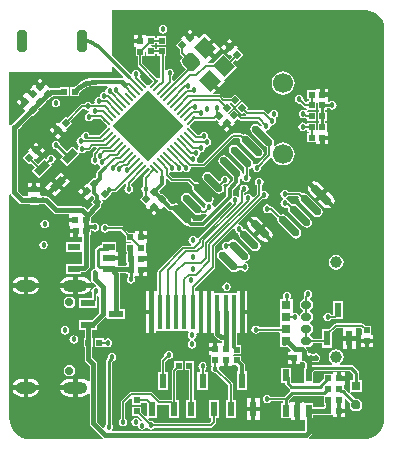
<source format=gtl>
G04*
G04 #@! TF.GenerationSoftware,Altium Limited,Altium Designer,20.1.10 (176)*
G04*
G04 Layer_Physical_Order=1*
G04 Layer_Color=255*
%FSLAX25Y25*%
%MOIN*%
G70*
G04*
G04 #@! TF.SameCoordinates,11B260F6-AB26-4D87-AEF0-EC618B47F653*
G04*
G04*
G04 #@! TF.FilePolarity,Positive*
G04*
G01*
G75*
%ADD10C,0.00600*%
%ADD12C,0.01000*%
%ADD15R,0.02000X0.02000*%
%ADD16R,0.02000X0.02000*%
%ADD17R,0.02362X0.05118*%
%ADD18R,0.03150X0.02756*%
G04:AMPARAMS|DCode=19|XSize=31.5mil|YSize=27.56mil|CornerRadius=0mil|HoleSize=0mil|Usage=FLASHONLY|Rotation=0.000|XOffset=0mil|YOffset=0mil|HoleType=Round|Shape=Octagon|*
%AMOCTAGOND19*
4,1,8,0.01575,-0.00689,0.01575,0.00689,0.00886,0.01378,-0.00886,0.01378,-0.01575,0.00689,-0.01575,-0.00689,-0.00886,-0.01378,0.00886,-0.01378,0.01575,-0.00689,0.0*
%
%ADD19OCTAGOND19*%

%ADD20P,0.02828X4X180.0*%
%ADD21P,0.02828X4X270.0*%
G04:AMPARAMS|DCode=22|XSize=24.8mil|YSize=88.58mil|CornerRadius=0mil|HoleSize=0mil|Usage=FLASHONLY|Rotation=45.000|XOffset=0mil|YOffset=0mil|HoleType=Round|Shape=Round|*
%AMOVALD22*
21,1,0.06378,0.02480,0.00000,0.00000,135.0*
1,1,0.02480,0.02255,-0.02255*
1,1,0.02480,-0.02255,0.02255*
%
%ADD22OVALD22*%

G04:AMPARAMS|DCode=23|XSize=80mil|YSize=24mil|CornerRadius=0mil|HoleSize=0mil|Usage=FLASHONLY|Rotation=135.000|XOffset=0mil|YOffset=0mil|HoleType=Round|Shape=Round|*
%AMOVALD23*
21,1,0.05600,0.02400,0.00000,0.00000,135.0*
1,1,0.02400,0.01980,-0.01980*
1,1,0.02400,-0.01980,0.01980*
%
%ADD23OVALD23*%

%ADD24R,0.05118X0.02362*%
%ADD25R,0.03000X0.03000*%
%ADD26P,0.03247X8X292.5*%
%ADD27P,0.23385X4X360.0*%
G04:AMPARAMS|DCode=28|XSize=8.66mil|YSize=39.37mil|CornerRadius=0mil|HoleSize=0mil|Usage=FLASHONLY|Rotation=315.000|XOffset=0mil|YOffset=0mil|HoleType=Round|Shape=Round|*
%AMOVALD28*
21,1,0.03071,0.00866,0.00000,0.00000,45.0*
1,1,0.00866,-0.01086,-0.01086*
1,1,0.00866,0.01086,0.01086*
%
%ADD28OVALD28*%

G04:AMPARAMS|DCode=29|XSize=8.66mil|YSize=39.37mil|CornerRadius=0mil|HoleSize=0mil|Usage=FLASHONLY|Rotation=45.000|XOffset=0mil|YOffset=0mil|HoleType=Round|Shape=Round|*
%AMOVALD29*
21,1,0.03071,0.00866,0.00000,0.00000,135.0*
1,1,0.00866,0.01086,-0.01086*
1,1,0.00866,-0.01086,0.01086*
%
%ADD29OVALD29*%

G04:AMPARAMS|DCode=30|XSize=31.5mil|YSize=70.87mil|CornerRadius=7.87mil|HoleSize=0mil|Usage=FLASHONLY|Rotation=180.000|XOffset=0mil|YOffset=0mil|HoleType=Round|Shape=RoundedRectangle|*
%AMROUNDEDRECTD30*
21,1,0.03150,0.05512,0,0,180.0*
21,1,0.01575,0.07087,0,0,180.0*
1,1,0.01575,-0.00787,0.02756*
1,1,0.01575,0.00787,0.02756*
1,1,0.01575,0.00787,-0.02756*
1,1,0.01575,-0.00787,-0.02756*
%
%ADD30ROUNDEDRECTD30*%
G04:AMPARAMS|DCode=31|XSize=55.12mil|YSize=47.24mil|CornerRadius=11.81mil|HoleSize=0mil|Usage=FLASHONLY|Rotation=315.000|XOffset=0mil|YOffset=0mil|HoleType=Round|Shape=RoundedRectangle|*
%AMROUNDEDRECTD31*
21,1,0.05512,0.02362,0,0,315.0*
21,1,0.03150,0.04724,0,0,315.0*
1,1,0.02362,0.00278,-0.01949*
1,1,0.02362,-0.01949,0.00278*
1,1,0.02362,-0.00278,0.01949*
1,1,0.02362,0.01949,-0.00278*
%
%ADD31ROUNDEDRECTD31*%
G04:AMPARAMS|DCode=32|XSize=55.12mil|YSize=47.24mil|CornerRadius=0mil|HoleSize=0mil|Usage=FLASHONLY|Rotation=315.000|XOffset=0mil|YOffset=0mil|HoleType=Round|Shape=Rectangle|*
%AMROTATEDRECTD32*
4,1,4,-0.03619,0.00278,-0.00278,0.03619,0.03619,-0.00278,0.00278,-0.03619,-0.03619,0.00278,0.0*
%
%ADD32ROTATEDRECTD32*%

G04:AMPARAMS|DCode=33|XSize=51.18mil|YSize=23.62mil|CornerRadius=0mil|HoleSize=0mil|Usage=FLASHONLY|Rotation=45.000|XOffset=0mil|YOffset=0mil|HoleType=Round|Shape=Rectangle|*
%AMROTATEDRECTD33*
4,1,4,-0.00974,-0.02645,-0.02645,-0.00974,0.00974,0.02645,0.02645,0.00974,-0.00974,-0.02645,0.0*
%
%ADD33ROTATEDRECTD33*%

%ADD34R,0.02165X0.03937*%
%ADD35R,0.02165X0.03937*%
%ADD36R,0.03937X0.02165*%
%ADD37R,0.03937X0.02165*%
%ADD38R,0.01378X0.11811*%
%ADD67C,0.00500*%
%ADD68C,0.01500*%
%ADD69C,0.01300*%
%ADD70C,0.01200*%
%ADD71C,0.00800*%
%ADD72R,0.10453X0.01600*%
G04:AMPARAMS|DCode=73|XSize=25.79mil|YSize=18.05mil|CornerRadius=0mil|HoleSize=0mil|Usage=FLASHONLY|Rotation=135.000|XOffset=0mil|YOffset=0mil|HoleType=Round|Shape=Rectangle|*
%AMROTATEDRECTD73*
4,1,4,0.01550,-0.00273,0.00273,-0.01550,-0.01550,0.00273,-0.00273,0.01550,0.01550,-0.00273,0.0*
%
%ADD73ROTATEDRECTD73*%

%ADD74O,0.07087X0.03937*%
%ADD75O,0.08268X0.03937*%
%ADD76C,0.03937*%
%ADD77C,0.01800*%
%ADD78C,0.02756*%
%ADD79C,0.06693*%
G36*
X112000Y143979D02*
X113166Y143864D01*
X114288Y143524D01*
X115322Y142971D01*
X116228Y142228D01*
X116971Y141322D01*
X117524Y140288D01*
X117864Y139166D01*
X117979Y138000D01*
X117980D01*
Y8000D01*
X117980Y8000D01*
X117980D01*
X117935Y7510D01*
X117850Y6638D01*
X117452Y5328D01*
X116807Y4120D01*
X115938Y3062D01*
X114880Y2193D01*
X113672Y1548D01*
X112362Y1151D01*
X111011Y1017D01*
X111000Y1020D01*
X92932D01*
X92775Y1431D01*
X92770Y1520D01*
X93628Y2378D01*
X93904Y2791D01*
X94001Y3279D01*
Y8079D01*
X94310D01*
Y9249D01*
X97857D01*
Y9000D01*
X100857Y9000D01*
X100900Y8518D01*
Y8500D01*
X102150D01*
Y10500D01*
X102900D01*
Y11250D01*
X104900D01*
Y12100D01*
Y14305D01*
X105362Y14496D01*
X106700Y13158D01*
Y11600D01*
X107700Y10600D01*
X109700D01*
X110700Y11600D01*
Y13600D01*
X109700Y14600D01*
X108142D01*
X106399Y16343D01*
X106731Y16718D01*
X110700D01*
Y20718D01*
X109720D01*
Y23200D01*
X109642Y23590D01*
X109421Y23921D01*
X107721Y25621D01*
X107390Y25842D01*
X107000Y25920D01*
X103295D01*
X103143Y26420D01*
X103690Y26785D01*
X104235Y27601D01*
X104427Y28565D01*
X104235Y29528D01*
X103690Y30344D01*
X102873Y30890D01*
X101910Y31081D01*
X100947Y30890D01*
X100130Y30344D01*
X99585Y29528D01*
X99393Y28565D01*
X99585Y27601D01*
X100130Y26785D01*
X100677Y26420D01*
X100525Y25920D01*
X94383D01*
X94001Y26233D01*
Y26916D01*
X94474Y26925D01*
X94587D01*
X94654Y26881D01*
X95200Y26772D01*
X95746Y26881D01*
X96209Y27190D01*
X96519Y27653D01*
X96627Y28200D01*
X96519Y28746D01*
X96209Y29209D01*
X95746Y29518D01*
X95200Y29627D01*
X94654Y29518D01*
X94587Y29474D01*
X94013D01*
X93946Y29519D01*
X93412Y29625D01*
X93400Y29627D01*
X92943Y29700D01*
X92467Y29759D01*
Y30307D01*
X92370Y30795D01*
X92094Y31208D01*
X91842Y31460D01*
X92034Y31922D01*
X93182D01*
X94121Y32861D01*
Y33035D01*
X97179D01*
Y31592D01*
X100541D01*
Y36629D01*
X102047Y38135D01*
X104159D01*
Y35401D01*
X106340D01*
X108521D01*
Y38135D01*
X110283D01*
X110700Y37719D01*
X110700Y35800D01*
X110218Y35757D01*
X110200D01*
Y34507D01*
X112200D01*
X114200D01*
Y35757D01*
X114182D01*
X113700Y35800D01*
X113700Y36257D01*
Y38800D01*
X111781D01*
X111141Y39441D01*
X110893Y39606D01*
X110600Y39665D01*
X101731D01*
X101438Y39606D01*
X101190Y39441D01*
X101190Y39441D01*
X99459Y37710D01*
X97179D01*
Y34565D01*
X94121D01*
Y34739D01*
X93363Y35497D01*
X93234Y35800D01*
X93363Y36103D01*
X94121Y36861D01*
Y38739D01*
X93363Y39497D01*
X93234Y39800D01*
X93363Y40103D01*
X94121Y40861D01*
Y42739D01*
X93363Y43497D01*
X93234Y43800D01*
X93363Y44103D01*
X94121Y44861D01*
Y46739D01*
X93300Y47561D01*
X93280Y48138D01*
X93509Y48291D01*
X93819Y48754D01*
X93927Y49300D01*
X93819Y49846D01*
X93509Y50309D01*
X93046Y50619D01*
X92500Y50727D01*
X91954Y50619D01*
X91491Y50309D01*
X91181Y49846D01*
X91073Y49300D01*
X91181Y48754D01*
X91299Y48578D01*
X91282Y48495D01*
Y47678D01*
X90911D01*
X89972Y46739D01*
Y44861D01*
X90730Y44103D01*
X90859Y43800D01*
X90730Y43497D01*
X89972Y42739D01*
Y42129D01*
X89472Y42080D01*
X89419Y42346D01*
X89109Y42809D01*
X88646Y43119D01*
X88100Y43227D01*
X87928Y43193D01*
X87428Y43591D01*
X87428Y44178D01*
Y47678D01*
X86969D01*
X86701Y48178D01*
X86819Y48354D01*
X86927Y48900D01*
X86819Y49446D01*
X86509Y49909D01*
X86046Y50219D01*
X85500Y50327D01*
X84954Y50219D01*
X84491Y49909D01*
X84181Y49446D01*
X84073Y48900D01*
X84181Y48354D01*
X84299Y48178D01*
X84031Y47678D01*
X83279D01*
Y44178D01*
X83279Y43922D01*
X83279Y43422D01*
Y40178D01*
X83279Y39922D01*
X83279Y39422D01*
Y38365D01*
X76273D01*
X76109Y38609D01*
X75646Y38919D01*
X75100Y39027D01*
X74554Y38919D01*
X74091Y38609D01*
X73781Y38146D01*
X73673Y37600D01*
X73781Y37054D01*
X74091Y36591D01*
X74554Y36281D01*
X75100Y36173D01*
X75646Y36281D01*
X76109Y36591D01*
X76273Y36835D01*
X82925D01*
X83279Y36482D01*
X83279Y35922D01*
X83279Y35422D01*
Y33295D01*
X83254Y33172D01*
Y32975D01*
X83279Y32852D01*
Y31922D01*
X83855D01*
X84041Y31798D01*
X84529Y31701D01*
X85017Y31798D01*
X85203Y31922D01*
X85626D01*
X86886Y30662D01*
X86695Y30200D01*
X85900D01*
Y28950D01*
X87900D01*
Y28200D01*
X88650D01*
Y26200D01*
X89900D01*
Y26217D01*
X89943Y26700D01*
X91141D01*
X91452Y26388D01*
Y24827D01*
X91144D01*
Y20120D01*
X91144Y19890D01*
X90756Y19620D01*
X87322D01*
X86849Y20093D01*
Y21776D01*
X86829Y21874D01*
Y24827D01*
X83664D01*
Y19890D01*
X84809D01*
Y19671D01*
X84887Y19281D01*
X85108Y18950D01*
X86179Y17879D01*
X86419Y17718D01*
X86489Y17351D01*
X86476Y17155D01*
X86425Y17121D01*
X84569Y15265D01*
X80073D01*
X79909Y15509D01*
X79446Y15819D01*
X78900Y15927D01*
X78354Y15819D01*
X77891Y15509D01*
X77581Y15046D01*
X77473Y14500D01*
X77581Y13954D01*
X77891Y13491D01*
X78354Y13181D01*
X78900Y13073D01*
X79446Y13181D01*
X79909Y13491D01*
X80073Y13735D01*
X84227D01*
Y13016D01*
X83664D01*
Y8079D01*
X86829Y8079D01*
X86904Y7610D01*
Y7579D01*
X88236D01*
Y10547D01*
Y13516D01*
X86904D01*
Y13485D01*
X86897Y13445D01*
X86364Y13272D01*
X86266Y13369D01*
Y14078D01*
X87569Y15380D01*
X97857D01*
Y12600D01*
X98083D01*
Y12000D01*
X97857D01*
Y11798D01*
X94310D01*
Y13016D01*
X91144Y13016D01*
X91069Y13485D01*
Y13516D01*
X89736D01*
Y10547D01*
Y7579D01*
X90952D01*
X91069Y7579D01*
X91452Y7296D01*
Y3807D01*
X91320Y3675D01*
X27337D01*
X27185Y4174D01*
X27209Y4191D01*
X27519Y4654D01*
X27627Y5200D01*
X27519Y5746D01*
X27220Y6194D01*
Y26761D01*
X27573Y27115D01*
X27831Y27166D01*
X28294Y27475D01*
X28604Y27939D01*
X28712Y28485D01*
X28604Y29031D01*
X28294Y29494D01*
X27831Y29804D01*
X27285Y29912D01*
X26739Y29804D01*
X26275Y29494D01*
X25966Y29031D01*
X25857Y28485D01*
X25891Y28316D01*
X25479Y27904D01*
X25258Y27574D01*
X25180Y27183D01*
Y6194D01*
X24881Y5746D01*
X24773Y5200D01*
X24788Y5121D01*
X24327Y4875D01*
X22275Y6928D01*
Y26100D01*
X22177Y26588D01*
X21901Y27001D01*
X20631Y28271D01*
Y31700D01*
X20857D01*
Y34700D01*
X20631D01*
Y37279D01*
X22210D01*
Y38838D01*
X25041Y41669D01*
X25287Y41627D01*
X25541Y41488D01*
Y41019D01*
X31659D01*
Y44381D01*
X29875D01*
Y56197D01*
X30021Y56375D01*
X31900D01*
Y56100D01*
X32430D01*
Y55219D01*
X32181Y54846D01*
X32073Y54300D01*
X32181Y53754D01*
X32491Y53291D01*
X32954Y52981D01*
X33500Y52873D01*
X34046Y52981D01*
X34509Y53291D01*
X34819Y53754D01*
X34927Y54300D01*
X34819Y54846D01*
X34677Y55059D01*
X34912Y55595D01*
X34943Y55600D01*
X34970Y55600D01*
X36193D01*
Y57600D01*
X36943D01*
Y58350D01*
X38943D01*
Y59200D01*
Y60450D01*
X36943D01*
Y61950D01*
X38943D01*
Y63200D01*
X38858D01*
X38400Y63300D01*
X38400Y63700D01*
Y66300D01*
X38859Y66400D01*
X38900D01*
Y67650D01*
X36900D01*
Y68400D01*
X36150D01*
Y70400D01*
X34900D01*
Y70382D01*
X34857Y69900D01*
X32939D01*
X30998Y71841D01*
X30750Y72006D01*
X30457Y72065D01*
X26073D01*
X25909Y72309D01*
X25446Y72619D01*
X24900Y72727D01*
X24354Y72619D01*
X23891Y72309D01*
X23581Y71846D01*
X23473Y71300D01*
X23581Y70754D01*
X23891Y70291D01*
X24354Y69981D01*
X24900Y69873D01*
X25446Y69981D01*
X25909Y70291D01*
X26073Y70535D01*
X30141D01*
X31857Y68819D01*
Y66900D01*
X33430D01*
X33496Y66800D01*
X33229Y66300D01*
X31857D01*
Y63300D01*
X32104D01*
Y62700D01*
X31900D01*
Y59700D01*
X32125D01*
Y59100D01*
X31900D01*
Y58925D01*
X29341D01*
X29179Y59358D01*
X29179D01*
Y60690D01*
X26211D01*
Y62190D01*
X29179D01*
Y63523D01*
X29149D01*
X28679Y63598D01*
Y66763D01*
X23742D01*
Y65617D01*
X23186D01*
X22796Y65540D01*
X22465Y65319D01*
X21879Y64733D01*
X21658Y64402D01*
X21580Y64012D01*
Y58868D01*
X21658Y58478D01*
X21699Y58418D01*
X21670Y58274D01*
X21445Y57897D01*
X21054Y57819D01*
X20591Y57509D01*
X20281Y57046D01*
X20173Y56500D01*
X20281Y55954D01*
X20325Y55888D01*
Y55026D01*
X20281Y54959D01*
X20173Y54413D01*
X20281Y53867D01*
X20591Y53404D01*
X21054Y53095D01*
X21132Y53079D01*
X21894Y52317D01*
X21853Y52104D01*
X21697Y51807D01*
X21254Y51719D01*
X20791Y51409D01*
X20481Y50946D01*
X20373Y50400D01*
X20481Y49854D01*
X20696Y49533D01*
Y48121D01*
X16092D01*
Y44759D01*
X22210D01*
Y47297D01*
X22225Y47371D01*
Y48674D01*
X22425Y48795D01*
X22926Y48511D01*
Y43159D01*
X20408Y40641D01*
X16092D01*
Y37279D01*
X18082D01*
Y34700D01*
X17857D01*
Y31700D01*
X18082D01*
Y27743D01*
X18180Y27255D01*
X18456Y26842D01*
X19726Y25572D01*
Y20543D01*
X19226Y20423D01*
X18670Y20849D01*
X17948Y21148D01*
X17173Y21250D01*
X15758D01*
Y18256D01*
Y15262D01*
X17173D01*
X17948Y15364D01*
X18670Y15663D01*
X19226Y16089D01*
X19726Y15969D01*
Y6400D01*
X19823Y5912D01*
X20099Y5499D01*
X24078Y1520D01*
X24073Y1431D01*
X23916Y1020D01*
X0D01*
X-11Y1017D01*
X-1362Y1151D01*
X-2672Y1548D01*
X-3880Y2193D01*
X-4938Y3062D01*
X-5807Y4120D01*
X-6452Y5328D01*
X-6849Y6638D01*
X-6983Y7989D01*
X-6980Y8000D01*
Y82466D01*
X-6480Y82617D01*
X-6401Y82499D01*
X-3758Y79856D01*
X-3345Y79580D01*
X-2857Y79483D01*
X-200D01*
Y79257D01*
X2800D01*
Y79483D01*
X3652D01*
X3654Y79481D01*
X4200Y79373D01*
X4746Y79481D01*
X4748Y79483D01*
X4815D01*
X7799Y76499D01*
X8212Y76222D01*
X8700Y76126D01*
X12567D01*
X13057Y76100D01*
Y74850D01*
X15057D01*
Y73350D01*
X13057D01*
Y72100D01*
X13073D01*
Y71192D01*
X15073D01*
Y70442D01*
X15823D01*
Y68442D01*
X17073D01*
X17350Y68056D01*
Y66808D01*
X16869Y66763D01*
X16850Y66763D01*
X11931D01*
Y63598D01*
X16850D01*
X16869Y63598D01*
X17350Y63553D01*
Y59436D01*
X17218Y59304D01*
X14730D01*
X14621Y59283D01*
X11931D01*
Y56117D01*
X16869D01*
Y56755D01*
X17746D01*
X18233Y56852D01*
X18647Y57129D01*
X19525Y58007D01*
X19802Y58421D01*
X19899Y58908D01*
Y68941D01*
X20116D01*
Y70568D01*
X20127Y70623D01*
X20692D01*
X21054Y70381D01*
X21600Y70273D01*
X22146Y70381D01*
X22609Y70691D01*
X22919Y71154D01*
X23027Y71700D01*
X22919Y72246D01*
X22609Y72709D01*
X22146Y73019D01*
X21600Y73127D01*
X21054Y73019D01*
X20978Y72968D01*
X20100D01*
Y74227D01*
X20124Y74350D01*
Y74922D01*
X23259Y78056D01*
X23535Y78470D01*
X23632Y78957D01*
Y79311D01*
X24479Y80157D01*
X23781Y80856D01*
X23791Y80906D01*
X24333Y81071D01*
X24863Y80541D01*
X26984Y82662D01*
Y82662D01*
X27024Y83067D01*
X27209Y83191D01*
X27373Y83435D01*
X28237D01*
X28530Y83494D01*
X28778Y83659D01*
X31535Y86417D01*
X32035Y86210D01*
Y85473D01*
X31791Y85309D01*
X31481Y84846D01*
X31373Y84300D01*
X31481Y83754D01*
X31791Y83291D01*
X32254Y82981D01*
X32800Y82873D01*
X33346Y82981D01*
X33809Y83291D01*
X34119Y83754D01*
X34227Y84300D01*
X34119Y84846D01*
X33809Y85309D01*
X33565Y85473D01*
Y86219D01*
X36444Y89099D01*
X36646Y89139D01*
X36955Y89345D01*
X38993Y91384D01*
X39316Y91467D01*
X39639Y91384D01*
X40051Y90971D01*
X37859Y88779D01*
X37694Y88531D01*
X37635Y88238D01*
Y85573D01*
X37391Y85409D01*
X37081Y84946D01*
X36973Y84400D01*
X37081Y83854D01*
X37391Y83391D01*
X37635Y83227D01*
Y82300D01*
X37684Y82056D01*
X36573Y80945D01*
X38416Y79102D01*
X38649Y78869D01*
X38466Y78445D01*
X38512Y78399D01*
X38512Y78399D01*
X39350Y77561D01*
X40764Y78975D01*
X41295Y78445D01*
X41825Y78975D01*
X43239Y77561D01*
X44067Y78389D01*
X44123Y78445D01*
X44555Y78609D01*
X45804Y77360D01*
X45804Y77360D01*
X46168Y77117D01*
X46597Y77031D01*
X46971D01*
X47194Y76697D01*
X51154Y72738D01*
X51716Y72362D01*
X52379Y72230D01*
X52618Y72278D01*
X52889Y72007D01*
X52889Y72007D01*
X53253Y71764D01*
X53682Y71678D01*
X53682Y71678D01*
X57400D01*
X57400Y71678D01*
X57829Y71764D01*
X58193Y72007D01*
X66499Y80313D01*
X67048Y80154D01*
X67291Y79791D01*
X67319Y79501D01*
X55859Y68041D01*
X55853Y68031D01*
X55276Y68060D01*
X55109Y68309D01*
X54646Y68619D01*
X54100Y68727D01*
X53554Y68619D01*
X53091Y68309D01*
X52781Y67846D01*
X52673Y67300D01*
X52781Y66754D01*
X53091Y66291D01*
X53554Y65981D01*
X53637Y65965D01*
X53588Y65465D01*
X50900D01*
X50607Y65407D01*
X50359Y65241D01*
X42558Y57439D01*
X42392Y57191D01*
X42334Y56898D01*
Y50780D01*
X42031Y50406D01*
X41093D01*
Y43500D01*
Y36595D01*
X42031D01*
Y37095D01*
X44287D01*
Y37095D01*
X44665D01*
Y37095D01*
X47043D01*
Y37095D01*
X47421D01*
Y37095D01*
X49799D01*
Y37095D01*
X50177D01*
Y37095D01*
X52428D01*
X52805Y36790D01*
X52847Y36595D01*
X52681Y36346D01*
X52573Y35800D01*
X52681Y35254D01*
X52991Y34791D01*
X53376Y34533D01*
X53380Y34190D01*
X53334Y34006D01*
X52891Y33709D01*
X52581Y33246D01*
X52473Y32700D01*
X52581Y32154D01*
X52891Y31691D01*
X53354Y31381D01*
X53900Y31273D01*
X54446Y31381D01*
X54909Y31691D01*
X55219Y32154D01*
X55327Y32700D01*
X55219Y33246D01*
X54909Y33709D01*
X54524Y33967D01*
X54520Y34310D01*
X54566Y34494D01*
X55009Y34791D01*
X55319Y35254D01*
X55427Y35800D01*
X55369Y36094D01*
X55687Y36563D01*
X55740Y36595D01*
X56128D01*
Y43500D01*
Y50406D01*
X55189D01*
X54965Y50813D01*
Y51383D01*
X61341Y57759D01*
X61506Y58007D01*
X61565Y58300D01*
Y65283D01*
X67640Y71359D01*
X67985Y71214D01*
X68117Y71129D01*
X68219Y70616D01*
X68529Y70153D01*
X68992Y69843D01*
X69379Y69766D01*
X69314Y69438D01*
X69446Y68774D01*
X69821Y68212D01*
X73781Y64252D01*
X74343Y63877D01*
X75007Y63745D01*
X75670Y63877D01*
X76232Y64252D01*
X76608Y64815D01*
X76740Y65478D01*
X76608Y66141D01*
X76232Y66704D01*
X72272Y70663D01*
X71710Y71039D01*
X71047Y71171D01*
X70871Y71638D01*
X70857Y71708D01*
X70547Y72171D01*
X70084Y72481D01*
X69571Y72583D01*
X69486Y72715D01*
X69341Y73060D01*
X77399Y81118D01*
X77454Y81081D01*
X78000Y80973D01*
X78546Y81081D01*
X79009Y81391D01*
X79319Y81854D01*
X79427Y82400D01*
X79319Y82946D01*
X79009Y83409D01*
X78546Y83719D01*
X78000Y83827D01*
X77565Y83741D01*
X77065Y84014D01*
Y85627D01*
X77309Y85791D01*
X77619Y86254D01*
X77727Y86800D01*
X77619Y87346D01*
X77309Y87809D01*
X76846Y88119D01*
X76300Y88227D01*
X75754Y88119D01*
X75291Y87809D01*
X74981Y87346D01*
X74873Y86800D01*
X74981Y86254D01*
X75291Y85791D01*
X75535Y85627D01*
Y82917D01*
X74401Y81782D01*
X73993Y81906D01*
X73894Y81983D01*
X73609Y82409D01*
X73146Y82719D01*
X72600Y82827D01*
X72054Y82719D01*
X71715Y82492D01*
X71263Y82688D01*
X71244Y83127D01*
X71300Y83173D01*
X71846Y83281D01*
X72309Y83591D01*
X72619Y84054D01*
X72727Y84600D01*
X72619Y85146D01*
X72309Y85609D01*
X71846Y85919D01*
X71300Y86027D01*
X70754Y85919D01*
X70291Y85609D01*
X69981Y85146D01*
X69873Y84600D01*
X69937Y84276D01*
X69859Y84198D01*
X69693Y83950D01*
X69635Y83657D01*
Y82153D01*
X69135Y81926D01*
X68846Y82119D01*
X68300Y82227D01*
X68022Y82172D01*
X67522Y82519D01*
Y84035D01*
X69486Y86000D01*
X69486Y86000D01*
X69730Y86364D01*
X69815Y86793D01*
X69815Y86793D01*
Y87671D01*
X70166Y87931D01*
X70643Y87744D01*
X70681Y87554D01*
X70991Y87091D01*
X71454Y86781D01*
X72000Y86673D01*
X72546Y86781D01*
X73009Y87091D01*
X73319Y87554D01*
X73427Y88100D01*
X73319Y88646D01*
X73009Y89109D01*
X72860Y89209D01*
Y91203D01*
X73153Y91262D01*
X73591Y91554D01*
X73679Y91544D01*
X74041Y91393D01*
X74104Y91342D01*
X74181Y90954D01*
X74491Y90491D01*
X74954Y90181D01*
X75500Y90073D01*
X76046Y90181D01*
X76509Y90491D01*
X76819Y90954D01*
X76927Y91500D01*
X76870Y91789D01*
X80074Y94993D01*
X80591Y94931D01*
X80660Y94886D01*
X80924Y94249D01*
X81540Y93446D01*
X82344Y92829D01*
X83279Y92441D01*
X84284Y92309D01*
X85288Y92441D01*
X86223Y92829D01*
X87027Y93446D01*
X87643Y94249D01*
X88031Y95185D01*
X88163Y96189D01*
X88031Y97193D01*
X87643Y98129D01*
X87027Y98932D01*
X86223Y99549D01*
X85288Y99936D01*
X84284Y100069D01*
X83279Y99936D01*
X82344Y99549D01*
X81540Y98932D01*
X81148Y99239D01*
X81184Y99293D01*
X81319Y99972D01*
X81184Y100651D01*
X80800Y101226D01*
X78529Y103497D01*
X78638Y103800D01*
X78750Y103983D01*
X79246Y104081D01*
X79709Y104391D01*
X80019Y104854D01*
X80127Y105400D01*
X80123Y105424D01*
X80476Y105777D01*
X80500Y105773D01*
X81046Y105881D01*
X81509Y106191D01*
X81819Y106654D01*
X81927Y107200D01*
X81819Y107746D01*
X82057Y108289D01*
X82209Y108391D01*
X82519Y108854D01*
X82627Y109400D01*
X82519Y109946D01*
X82209Y110409D01*
X81746Y110719D01*
X81200Y110827D01*
X80654Y110719D01*
X80191Y110409D01*
X79881Y109946D01*
X79825Y109664D01*
X79282Y109499D01*
X78341Y110441D01*
X78093Y110607D01*
X77800Y110665D01*
X72616D01*
X72206Y111075D01*
X72726Y111594D01*
X70605Y113716D01*
X68484Y111594D01*
X70605Y109473D01*
X71125Y109993D01*
X71759Y109359D01*
X71900Y109265D01*
X71795Y108765D01*
X70377D01*
X69606Y109535D01*
X69544Y109577D01*
X68005Y111116D01*
X66259Y109370D01*
X65928Y109457D01*
X65859Y109738D01*
X67621Y111500D01*
X66505Y112617D01*
X66682Y113147D01*
X66901Y113177D01*
X68100Y111979D01*
X70221Y114100D01*
X68100Y116221D01*
X66743Y114865D01*
X64631D01*
X63605Y115891D01*
X63357Y116057D01*
X63064Y116115D01*
X61229D01*
X61037Y116577D01*
X61850Y117389D01*
X59194Y120045D01*
X60255Y121106D01*
X62911Y118450D01*
X64758Y120297D01*
X64458Y120597D01*
X64736Y120982D01*
X68783Y125030D01*
X67347Y126466D01*
X68480Y127599D01*
X69000Y127079D01*
X71121Y129200D01*
X69323Y130998D01*
X69000Y131321D01*
X69311Y131693D01*
X69323Y131705D01*
X68440Y132589D01*
X67025Y131175D01*
X65611Y129761D01*
X66495Y128877D01*
X66507Y128889D01*
X66698Y129049D01*
X67149Y128774D01*
Y128430D01*
X66266Y127547D01*
X64179Y129634D01*
X60896Y126351D01*
X59270D01*
X59063Y126851D01*
X60458Y128246D01*
X57802Y130902D01*
X58333Y131433D01*
X57802Y131963D01*
X60180Y134340D01*
X58054Y136466D01*
X56392Y134803D01*
X55934Y134905D01*
X55860Y134979D01*
X55050Y135789D01*
X53636Y134375D01*
X53106Y134905D01*
X52575Y134375D01*
X51161Y135789D01*
X50277Y134905D01*
X50289Y134893D01*
X50600Y134521D01*
X48479Y132400D01*
X49835Y131043D01*
Y129700D01*
X49894Y129407D01*
X50059Y129159D01*
X50734Y128485D01*
X50439Y128190D01*
X50068Y127634D01*
X49937Y126978D01*
X50068Y126322D01*
X50439Y125766D01*
X51786Y124420D01*
X47818Y120452D01*
X47318Y120659D01*
Y122129D01*
X47409Y122191D01*
X47719Y122654D01*
X47827Y123200D01*
X47719Y123746D01*
X47409Y124209D01*
X46946Y124519D01*
X46400Y124627D01*
X45854Y124519D01*
X45391Y124209D01*
X45365Y124170D01*
X44865Y124322D01*
Y128857D01*
X45300D01*
Y131857D01*
X42300D01*
Y131122D01*
X41700D01*
Y131857D01*
X40489D01*
X40222Y132357D01*
X40251Y132400D01*
X41700D01*
Y133135D01*
X42300D01*
Y132400D01*
X45300D01*
Y135400D01*
X42300D01*
Y134665D01*
X41700D01*
Y135400D01*
X38700D01*
X38600Y135800D01*
X37350D01*
Y133800D01*
X36600D01*
Y133050D01*
X34600D01*
Y131800D01*
X34617D01*
X35100Y131757D01*
Y128757D01*
X35735D01*
Y126082D01*
X35794Y125789D01*
X35959Y125541D01*
X40960Y120540D01*
X39639Y119218D01*
X39316Y119135D01*
X38993Y119218D01*
X36955Y121257D01*
X36811Y121353D01*
X36375Y121789D01*
X36619Y122154D01*
X36727Y122700D01*
X36619Y123246D01*
X36309Y123709D01*
X35846Y124019D01*
X35300Y124127D01*
X34754Y124019D01*
X34291Y123709D01*
X33981Y123246D01*
X33938Y123028D01*
X33395Y122863D01*
X27200Y129058D01*
Y143980D01*
X112000D01*
Y143979D01*
D02*
G37*
G36*
X38700Y130129D02*
Y128857D01*
X41700D01*
Y129592D01*
X42300D01*
Y128857D01*
X43335D01*
Y121622D01*
X42835Y121383D01*
X42715Y121464D01*
X42351Y121536D01*
X42164Y121499D01*
X37265Y126399D01*
Y128757D01*
X38100D01*
Y130330D01*
X38200Y130396D01*
X38700Y130129D01*
D02*
G37*
G36*
X30845Y122096D02*
X30825Y121754D01*
X30694Y121541D01*
X20600D01*
X20217Y121383D01*
X20215Y121376D01*
X19661Y121322D01*
X17989Y120814D01*
X16448Y119991D01*
X15097Y118882D01*
X15110Y118869D01*
X15110Y118869D01*
X14541Y118300D01*
X13343D01*
Y115300D01*
X16343D01*
Y116497D01*
X16912Y117067D01*
X16922Y117081D01*
X17871Y117860D01*
X18969Y118447D01*
X20161Y118808D01*
X20671Y118859D01*
X25681D01*
X25707Y118793D01*
X25764Y118359D01*
X25391Y118109D01*
X25081Y117646D01*
X24973Y117100D01*
X24501Y116908D01*
X24054Y116819D01*
X23591Y116509D01*
X23281Y116046D01*
X23173Y115500D01*
X23177Y115476D01*
X22824Y115123D01*
X22800Y115127D01*
X22254Y115019D01*
X21791Y114709D01*
X21481Y114246D01*
X21373Y113700D01*
X21449Y113315D01*
X21152Y112815D01*
X20339D01*
X20209Y113009D01*
X19746Y113319D01*
X19200Y113427D01*
X18654Y113319D01*
X18191Y113009D01*
X18027Y112765D01*
X17168D01*
X16876Y112706D01*
X16628Y112541D01*
X12289Y108202D01*
X11769Y108722D01*
X9971Y106924D01*
X9648Y106601D01*
X9277Y106912D01*
X9264Y106924D01*
X8380Y106041D01*
X9794Y104626D01*
X11208Y103212D01*
X12092Y104096D01*
X12080Y104108D01*
X11769Y104480D01*
X13891Y106601D01*
X13371Y107121D01*
X17485Y111235D01*
X18027D01*
X18191Y110991D01*
X18654Y110681D01*
X19200Y110573D01*
X19509Y110634D01*
X19617Y110579D01*
X19684Y110282D01*
X19335Y109775D01*
X19054Y109719D01*
X18591Y109409D01*
X18281Y108946D01*
X18173Y108400D01*
X18281Y107854D01*
X18591Y107391D01*
X19054Y107081D01*
X19600Y106973D01*
X20146Y107081D01*
X20609Y107391D01*
X20919Y107854D01*
X20935Y107935D01*
X23178D01*
X23360Y107663D01*
X25399Y105624D01*
X25482Y105301D01*
X25399Y104979D01*
X23360Y102939D01*
X23154Y102631D01*
X23114Y102429D01*
X23033Y102348D01*
X19778D01*
X19719Y102646D01*
X19409Y103109D01*
X18946Y103419D01*
X18400Y103527D01*
X17854Y103419D01*
X17391Y103109D01*
X17081Y102646D01*
X16992Y102199D01*
X16938Y102066D01*
X16547Y101677D01*
X16254Y101619D01*
X15791Y101309D01*
X15481Y100846D01*
X15373Y100300D01*
X15481Y99754D01*
X15791Y99291D01*
X15975Y99168D01*
X16222Y98887D01*
X16102Y98527D01*
X15981Y98346D01*
X15873Y97800D01*
X15886Y97733D01*
X15425Y97486D01*
X14101Y98810D01*
X12316Y97026D01*
X9874Y99468D01*
X9819Y99746D01*
X9509Y100209D01*
X9046Y100519D01*
X8500Y100627D01*
X7954Y100519D01*
X7491Y100209D01*
X7181Y99746D01*
X7073Y99200D01*
X7181Y98654D01*
X7491Y98191D01*
X7954Y97881D01*
X8500Y97773D01*
X8655Y97803D01*
X10875Y95583D01*
X9775Y94484D01*
X12152Y92107D01*
X16257Y96211D01*
X16323Y96277D01*
X16654Y96434D01*
X16977Y96437D01*
X17300Y96373D01*
X17846Y96481D01*
X18309Y96791D01*
X18473Y97035D01*
X19400D01*
X19693Y97093D01*
X19941Y97259D01*
X21017Y98335D01*
X21867D01*
X22059Y97873D01*
X20959Y96774D01*
X20794Y96526D01*
X20735Y96233D01*
Y95173D01*
X20491Y95009D01*
X20181Y94546D01*
X20073Y94000D01*
X20181Y93454D01*
X20491Y92991D01*
X20954Y92681D01*
X21500Y92573D01*
X22046Y92681D01*
X22081Y92705D01*
X22581Y92754D01*
X22706Y92567D01*
X22891Y92291D01*
X23194Y92088D01*
X23329Y91515D01*
X22307Y90493D01*
X22064Y90129D01*
X21978Y89700D01*
X21979Y89700D01*
Y88375D01*
X21617Y88029D01*
X21363Y88284D01*
X19241Y86162D01*
X18870Y86473D01*
X18857Y86486D01*
X17974Y85602D01*
X19388Y84188D01*
X18857Y83657D01*
X19388Y83127D01*
X17974Y81713D01*
X18857Y80829D01*
X20434Y82405D01*
X20579Y82391D01*
X21236Y81734D01*
Y81157D01*
X20236Y80157D01*
X20996Y79398D01*
X19011Y77413D01*
X18123Y78301D01*
X17709Y78578D01*
X17221Y78675D01*
X9228D01*
X6244Y81658D01*
X5831Y81934D01*
X5343Y82032D01*
X4877D01*
X4746Y82119D01*
X4200Y82227D01*
X3731Y82134D01*
X3440Y82340D01*
X3300Y82484D01*
Y83550D01*
X1300D01*
X-700D01*
Y82531D01*
X-700Y82300D01*
X-1089Y82032D01*
X-2329D01*
X-4225Y83928D01*
Y104135D01*
X-4181Y104201D01*
X-4166Y104279D01*
X-3916Y104529D01*
X-3654Y104581D01*
X-3191Y104891D01*
X-2881Y105354D01*
X-2829Y105616D01*
X576Y109021D01*
X806Y108790D01*
X2927Y110912D01*
X2697Y111142D01*
X3121Y111566D01*
X3351Y111336D01*
X5473Y113457D01*
X5243Y113688D01*
X5667Y114112D01*
X5826Y113952D01*
X6977Y115103D01*
X7081Y115172D01*
X7434Y115525D01*
X9800D01*
Y115300D01*
X12800D01*
Y118300D01*
X9800D01*
Y118075D01*
X6906D01*
X6647Y118023D01*
X6406Y118178D01*
X6150Y118579D01*
Y118579D01*
X5266Y119463D01*
X3852Y118049D01*
X3321Y118579D01*
X2791Y118049D01*
X1377Y119463D01*
X493Y118579D01*
X564Y118508D01*
X-38Y117907D01*
X1377Y116493D01*
X316Y115433D01*
X-1098Y116847D01*
X-1982Y115963D01*
X-2583Y115362D01*
X-1169Y113948D01*
X-1699Y113417D01*
X-1169Y112887D01*
X-2583Y111473D01*
X-1934Y110823D01*
X-1884Y110166D01*
X-5001Y107048D01*
X-5209Y106909D01*
X-5348Y106701D01*
X-5968Y106082D01*
X-6046Y106066D01*
X-6480Y105776D01*
X-6637Y105810D01*
X-6980Y105952D01*
Y123500D01*
X27200D01*
Y125089D01*
X27662Y125280D01*
X30845Y122096D01*
D02*
G37*
G36*
X69520Y107459D02*
X69768Y107293D01*
X70060Y107235D01*
X75783D01*
X77125Y105893D01*
X77113Y105620D01*
X76896Y105489D01*
X76566Y105460D01*
X76290Y105736D01*
X75714Y106121D01*
X75035Y106256D01*
X74356Y106121D01*
X73780Y105736D01*
X73396Y105161D01*
X73261Y104482D01*
X73396Y103803D01*
X73780Y103227D01*
X78290Y98717D01*
X78866Y98333D01*
X78935Y98319D01*
Y96017D01*
X75789Y92870D01*
X75500Y92927D01*
X74954Y92819D01*
X74709Y92655D01*
X74415Y92812D01*
X74240Y92943D01*
X74113Y93580D01*
X73729Y94156D01*
X69218Y98665D01*
X68643Y99050D01*
X67964Y99185D01*
X67285Y99050D01*
X66709Y98665D01*
X66325Y98090D01*
X66190Y97411D01*
X66325Y96732D01*
X66709Y96156D01*
X71219Y91646D01*
X71330Y91572D01*
Y89724D01*
X71265Y89628D01*
X71178Y89584D01*
X70615Y89857D01*
X70578Y90044D01*
X70193Y90620D01*
X65683Y95130D01*
X65107Y95515D01*
X64428Y95649D01*
X63749Y95515D01*
X63174Y95130D01*
X62789Y94554D01*
X62654Y93875D01*
X62789Y93196D01*
X63174Y92621D01*
X67572Y88223D01*
Y87258D01*
X65607Y85293D01*
X65364Y84929D01*
X65278Y84500D01*
X65278Y84500D01*
Y82265D01*
X61600Y78586D01*
X61058Y78751D01*
X61019Y78946D01*
X60709Y79409D01*
X60780Y79964D01*
X61052Y80371D01*
X61184Y81034D01*
X61052Y81698D01*
X60676Y82260D01*
X56716Y86220D01*
X56154Y86595D01*
X55490Y86727D01*
X54947Y86619D01*
X53525Y88041D01*
X53277Y88206D01*
X52985Y88265D01*
X47417D01*
X46365Y89317D01*
Y89786D01*
X46865Y90059D01*
X47300Y89973D01*
X47846Y90081D01*
X48088Y90243D01*
X48450Y90349D01*
X48812Y90243D01*
X49054Y90081D01*
X49600Y89973D01*
X50146Y90081D01*
X50456Y90288D01*
X50989Y90389D01*
X51452Y90080D01*
X51999Y89971D01*
X52545Y90080D01*
X53008Y90389D01*
X53317Y90852D01*
X53426Y91399D01*
X53702Y91735D01*
X57800D01*
X58093Y91794D01*
X58341Y91959D01*
X67817Y101435D01*
X69428D01*
X69746Y101049D01*
X69725Y100946D01*
X69860Y100267D01*
X70245Y99692D01*
X74755Y95182D01*
X75330Y94797D01*
X76009Y94662D01*
X76688Y94797D01*
X77264Y95182D01*
X77649Y95758D01*
X77784Y96436D01*
X77649Y97115D01*
X77264Y97691D01*
X72754Y102201D01*
X72178Y102585D01*
X71500Y102721D01*
X70922Y102606D01*
X70786Y102741D01*
X70539Y102907D01*
X70246Y102965D01*
X67500D01*
X67207Y102907D01*
X66959Y102741D01*
X57483Y93265D01*
X55793D01*
X55519Y93754D01*
X55521Y93765D01*
X55627Y94300D01*
X55519Y94846D01*
X55865Y95227D01*
X56259Y95491D01*
X56569Y95954D01*
X56677Y96500D01*
X57124Y96817D01*
X57446Y96881D01*
X57909Y97191D01*
X58219Y97654D01*
X58327Y98200D01*
X58762Y98580D01*
X58800Y98573D01*
X59346Y98681D01*
X59809Y98991D01*
X60119Y99454D01*
X60227Y100000D01*
X60119Y100546D01*
X59809Y101009D01*
X59346Y101319D01*
X59148Y101868D01*
X59185Y102050D01*
X59076Y102596D01*
X58767Y103059D01*
X58303Y103369D01*
X57757Y103477D01*
X57211Y103369D01*
X56748Y103059D01*
X56438Y102596D01*
X56412Y102465D01*
X55512D01*
X55479Y102631D01*
X55272Y102939D01*
X53233Y104979D01*
X53185Y105164D01*
Y105438D01*
X53233Y105624D01*
X54735Y107126D01*
X54953Y107082D01*
X61151D01*
X61503Y107152D01*
X61800Y107351D01*
X61814Y107365D01*
X62314Y107365D01*
X62900Y106779D01*
X62589Y106407D01*
X62577Y106395D01*
X63460Y105511D01*
X64875Y106925D01*
X65405Y106395D01*
X65935Y106925D01*
X67350Y105511D01*
X68234Y106395D01*
X68182Y106446D01*
X68005Y106873D01*
X68805Y107674D01*
X69305D01*
X69520Y107459D01*
D02*
G37*
G36*
X46559Y86959D02*
X46807Y86794D01*
X47100Y86735D01*
X52668D01*
X53865Y85538D01*
X53757Y84994D01*
X53889Y84331D01*
X54265Y83768D01*
X58225Y79809D01*
X58691Y79497D01*
Y79409D01*
X58381Y78946D01*
X58273Y78400D01*
X58294Y78292D01*
X58012Y78027D01*
X57545Y78154D01*
X57508Y78174D01*
X57140Y78724D01*
X53181Y82684D01*
X52618Y83060D01*
X51955Y83192D01*
X51292Y83060D01*
X50729Y82684D01*
X50354Y82122D01*
X50222Y81459D01*
X50354Y80795D01*
X50729Y80233D01*
X54689Y76273D01*
X55251Y75897D01*
X55915Y75766D01*
X56578Y75897D01*
X56863Y76088D01*
X57128Y76035D01*
X58100D01*
X58393Y76094D01*
X58416Y76109D01*
X58734Y75721D01*
X56935Y73922D01*
X54592D01*
X54112Y73963D01*
X53981Y74627D01*
X53605Y75189D01*
X49645Y79149D01*
X49083Y79524D01*
X48419Y79656D01*
X47756Y79524D01*
X47382Y79274D01*
X47062D01*
X45654Y80682D01*
X45921Y80950D01*
X43800Y83071D01*
X43507Y82779D01*
X43079Y83207D01*
X43321Y83450D01*
X43054Y83718D01*
X44793Y85457D01*
X44793Y85457D01*
X45036Y85821D01*
X45122Y86250D01*
X45122Y86250D01*
Y87690D01*
X45622Y87897D01*
X46559Y86959D01*
D02*
G37*
G36*
X107680Y22778D02*
Y20718D01*
X106700D01*
Y16749D01*
X106325Y16417D01*
X104821Y17921D01*
X104490Y18142D01*
X104400Y18160D01*
X104400Y19200D01*
X104859Y19300D01*
X104900D01*
Y20550D01*
X102900D01*
Y21300D01*
X102150D01*
Y23300D01*
X100900D01*
Y23282D01*
X100857Y22800D01*
X100400Y22800D01*
X97857D01*
Y21242D01*
X96234Y19620D01*
X94698D01*
X94310Y19890D01*
X94310Y20120D01*
Y23385D01*
X94805Y23880D01*
X106578D01*
X107680Y22778D01*
D02*
G37*
%LPC*%
G36*
X44200Y139127D02*
X43654Y139019D01*
X43191Y138709D01*
X42881Y138246D01*
X42773Y137700D01*
X42881Y137154D01*
X43191Y136691D01*
X43654Y136381D01*
X44200Y136273D01*
X44746Y136381D01*
X45209Y136691D01*
X45519Y137154D01*
X45627Y137700D01*
X45519Y138246D01*
X45209Y138709D01*
X44746Y139019D01*
X44200Y139127D01*
D02*
G37*
G36*
X53105Y137733D02*
X52222Y136850D01*
X53106Y135966D01*
X53989Y136850D01*
X53105Y137733D01*
D02*
G37*
G36*
X35850Y135800D02*
X34600D01*
Y134550D01*
X35850D01*
Y135800D01*
D02*
G37*
G36*
X66495Y134534D02*
X65611Y133650D01*
X66495Y132766D01*
X67379Y133650D01*
X66495Y134534D01*
D02*
G37*
G36*
X64550Y132589D02*
X63666Y131705D01*
X64550Y130822D01*
X65434Y131705D01*
X64550Y132589D01*
D02*
G37*
G36*
X61240Y133280D02*
X59393Y131433D01*
X61519Y129307D01*
X63366Y131154D01*
X61240Y133280D01*
D02*
G37*
G36*
X99343Y117900D02*
X98093D01*
Y116650D01*
X99343D01*
Y117900D01*
D02*
G37*
G36*
X84284Y123691D02*
X83279Y123558D01*
X82344Y123171D01*
X81540Y122554D01*
X80924Y121751D01*
X80536Y120815D01*
X80404Y119811D01*
X80536Y118807D01*
X80924Y117871D01*
X81540Y117068D01*
X82344Y116451D01*
X83279Y116064D01*
X84284Y115931D01*
X85288Y116064D01*
X86223Y116451D01*
X87027Y117068D01*
X87643Y117871D01*
X88031Y118807D01*
X88163Y119811D01*
X88031Y120815D01*
X87643Y121751D01*
X87027Y122554D01*
X86223Y123171D01*
X85288Y123558D01*
X84284Y123691D01*
D02*
G37*
G36*
X96593Y117900D02*
X95343D01*
Y117882D01*
X95300Y117400D01*
X94843Y117400D01*
X92300D01*
Y114400D01*
X93035D01*
Y113800D01*
X92300D01*
Y113489D01*
X91800Y113281D01*
X91070Y114011D01*
X91127Y114300D01*
X91019Y114846D01*
X90709Y115309D01*
X90246Y115619D01*
X89700Y115727D01*
X89154Y115619D01*
X88691Y115309D01*
X88381Y114846D01*
X88273Y114300D01*
X88381Y113754D01*
X88691Y113291D01*
X89154Y112981D01*
X89700Y112873D01*
X89989Y112930D01*
X91159Y111759D01*
X91407Y111593D01*
X91700Y111535D01*
X91700Y111535D01*
X91946D01*
X92300Y111182D01*
Y111144D01*
X92248Y110773D01*
X92226Y110748D01*
X92113Y110663D01*
X91750Y110616D01*
X91446Y110819D01*
X90900Y110927D01*
X90354Y110819D01*
X89891Y110509D01*
X89581Y110046D01*
X89473Y109500D01*
X89581Y108954D01*
X89891Y108491D01*
X90354Y108181D01*
X90900Y108073D01*
X91446Y108181D01*
X91471Y108198D01*
X91509Y108159D01*
X91757Y107993D01*
X92050Y107935D01*
X92300D01*
Y107200D01*
X95300D01*
Y110200D01*
X92416D01*
X92355Y110297D01*
X92353Y110301D01*
X92515Y110666D01*
X92690Y110800D01*
X92787Y110800D01*
X95300D01*
Y113251D01*
X95521Y113414D01*
X95843Y113228D01*
Y110800D01*
X96323D01*
Y110200D01*
X95843D01*
Y107200D01*
X96323D01*
Y106600D01*
X95843D01*
X95843Y104171D01*
X95522Y103985D01*
X95300Y104150D01*
Y106600D01*
X92300D01*
Y106375D01*
X91809Y106209D01*
X91346Y106519D01*
X90800Y106627D01*
X90254Y106519D01*
X89791Y106209D01*
X89481Y105746D01*
X89373Y105200D01*
X89481Y104654D01*
X89791Y104191D01*
X90254Y103881D01*
X90800Y103773D01*
X91346Y103881D01*
X91809Y104191D01*
X92300Y104025D01*
Y103600D01*
X93035D01*
Y103000D01*
X92300D01*
Y100000D01*
X95300Y100000D01*
X95343Y99518D01*
Y99500D01*
X96593D01*
Y101500D01*
X97343D01*
Y102250D01*
X99343D01*
Y103500D01*
X99302D01*
X98843Y103600D01*
X98843Y104000D01*
Y106600D01*
X98363D01*
Y107200D01*
X98843D01*
Y110200D01*
X98363D01*
Y110800D01*
X98843D01*
Y111280D01*
X99706D01*
X100153Y110981D01*
X100700Y110872D01*
X101246Y110981D01*
X101709Y111290D01*
X102018Y111753D01*
X102127Y112300D01*
X102018Y112846D01*
X101709Y113309D01*
X101246Y113619D01*
X100700Y113727D01*
X100153Y113619D01*
X99706Y113319D01*
X99196D01*
X99159Y113357D01*
X99289Y113850D01*
X99343Y113900D01*
X99343D01*
Y115150D01*
X97343D01*
Y115900D01*
X96593D01*
Y117900D01*
D02*
G37*
G36*
X99343Y100750D02*
X98093D01*
Y99500D01*
X99343D01*
Y100750D01*
D02*
G37*
G36*
X94689Y87112D02*
X93815Y86938D01*
X93710Y86868D01*
X96944Y83633D01*
X98029Y84718D01*
X96304Y86443D01*
X95563Y86938D01*
X94689Y87112D01*
D02*
G37*
G36*
X92649Y85807D02*
X92579Y85702D01*
X92405Y84828D01*
X92579Y83954D01*
X93074Y83213D01*
X94799Y81488D01*
X95884Y82573D01*
X92649Y85807D01*
D02*
G37*
G36*
X99089Y83657D02*
X98005Y82573D01*
X101239Y79339D01*
X101309Y79444D01*
X101483Y80318D01*
X101309Y81192D01*
X100814Y81933D01*
X99089Y83657D01*
D02*
G37*
G36*
X96944Y81512D02*
X95859Y80427D01*
X97584Y78703D01*
X98325Y78208D01*
X99199Y78034D01*
X100073Y78208D01*
X100178Y78278D01*
X96944Y81512D01*
D02*
G37*
G36*
X41295Y77384D02*
X40411Y76500D01*
X41295Y75617D01*
X42178Y76500D01*
X41295Y77384D01*
D02*
G37*
G36*
X84800Y84227D02*
X84254Y84119D01*
X83791Y83809D01*
X83481Y83346D01*
X83373Y82800D01*
X83481Y82254D01*
X83791Y81791D01*
X84235Y81494D01*
X84248Y81408D01*
X84216Y80988D01*
X84214Y80979D01*
X83752Y80671D01*
X83442Y80208D01*
X83334Y79661D01*
X83442Y79115D01*
X83752Y78652D01*
X84215Y78342D01*
X84761Y78234D01*
X85308Y78342D01*
X85490Y78465D01*
X85923Y78152D01*
X85844Y77757D01*
X85979Y77078D01*
X86364Y76502D01*
X90873Y71992D01*
X91449Y71608D01*
X92128Y71473D01*
X92807Y71608D01*
X93383Y71992D01*
X93767Y72568D01*
X93902Y73247D01*
X93767Y73926D01*
X93383Y74501D01*
X88873Y79011D01*
X88297Y79396D01*
X87618Y79531D01*
X87040Y79416D01*
X86503Y79953D01*
X86255Y80119D01*
X86091Y80152D01*
X86080Y80208D01*
X85771Y80671D01*
X85326Y80967D01*
X85313Y81054D01*
X85346Y81474D01*
X85347Y81482D01*
X85809Y81791D01*
X85973Y82035D01*
X89087D01*
X89445Y81623D01*
X89379Y81292D01*
X89514Y80613D01*
X89899Y80038D01*
X94409Y75528D01*
X94985Y75143D01*
X95663Y75008D01*
X96342Y75143D01*
X96918Y75528D01*
X97303Y76103D01*
X97438Y76782D01*
X97303Y77461D01*
X96918Y78037D01*
X92408Y82547D01*
X91833Y82931D01*
X91154Y83066D01*
X90495Y82936D01*
X90090Y83341D01*
X89842Y83507D01*
X89549Y83565D01*
X85973D01*
X85809Y83809D01*
X85346Y84119D01*
X84800Y84227D01*
D02*
G37*
G36*
X74582Y75216D02*
X73724Y75046D01*
X73632Y74984D01*
X76562Y72054D01*
X77618Y73110D01*
X76169Y74559D01*
X75441Y75046D01*
X74582Y75216D01*
D02*
G37*
G36*
X4800Y74227D02*
X4254Y74119D01*
X3791Y73809D01*
X3481Y73346D01*
X3373Y72800D01*
X3481Y72254D01*
X3791Y71791D01*
X4254Y71481D01*
X4800Y71373D01*
X5346Y71481D01*
X5809Y71791D01*
X6119Y72254D01*
X6227Y72800D01*
X6119Y73346D01*
X5809Y73809D01*
X5346Y74119D01*
X4800Y74227D01*
D02*
G37*
G36*
X72571Y73924D02*
X72510Y73832D01*
X72339Y72973D01*
X72510Y72115D01*
X72996Y71387D01*
X74446Y69938D01*
X75502Y70993D01*
X72571Y73924D01*
D02*
G37*
G36*
X38900Y70400D02*
X37650D01*
Y69150D01*
X38900D01*
Y70400D01*
D02*
G37*
G36*
X14323Y69692D02*
X13073D01*
Y68442D01*
X14323D01*
Y69692D01*
D02*
G37*
G36*
X78679Y72049D02*
X77623Y70993D01*
X80553Y68063D01*
X80615Y68155D01*
X80785Y69014D01*
X80615Y69872D01*
X80128Y70600D01*
X78679Y72049D01*
D02*
G37*
G36*
X78900Y79327D02*
X78354Y79219D01*
X77891Y78909D01*
X77581Y78446D01*
X77473Y77900D01*
X77581Y77354D01*
X77891Y76891D01*
X78354Y76581D01*
X78900Y76473D01*
X79446Y76581D01*
X79909Y76891D01*
X80110Y76910D01*
X82390Y74631D01*
X82308Y74221D01*
X82443Y73542D01*
X82828Y72966D01*
X87338Y68457D01*
X87914Y68072D01*
X88592Y67937D01*
X89271Y68072D01*
X89847Y68457D01*
X90232Y69032D01*
X90367Y69711D01*
X90232Y70390D01*
X89847Y70966D01*
X85337Y75476D01*
X84762Y75860D01*
X84083Y75995D01*
X83404Y75860D01*
X83355Y75828D01*
X80743Y78441D01*
X80494Y78606D01*
X80202Y78665D01*
X80073D01*
X79909Y78909D01*
X79446Y79219D01*
X78900Y79327D01*
D02*
G37*
G36*
X76562Y69933D02*
X75507Y68877D01*
X76956Y67427D01*
X77684Y66941D01*
X78542Y66770D01*
X79400Y66941D01*
X79492Y67002D01*
X76562Y69933D01*
D02*
G37*
G36*
X67511Y67636D02*
X66848Y67504D01*
X66286Y67128D01*
X66007Y66711D01*
X65846Y66819D01*
X65300Y66927D01*
X64754Y66819D01*
X64291Y66509D01*
X63981Y66046D01*
X63873Y65500D01*
X63981Y64954D01*
X64247Y64556D01*
X64156Y64308D01*
X63999Y64095D01*
X63976Y64100D01*
X63313Y63968D01*
X62750Y63592D01*
X62374Y63030D01*
X62243Y62367D01*
X62374Y61703D01*
X62750Y61141D01*
X66710Y57181D01*
X67272Y56806D01*
X67936Y56674D01*
X68599Y56806D01*
X69161Y57181D01*
X69398Y57535D01*
X70227D01*
X70391Y57291D01*
X70854Y56981D01*
X71400Y56873D01*
X71946Y56981D01*
X72409Y57291D01*
X72719Y57754D01*
X72827Y58300D01*
X72719Y58846D01*
X72409Y59309D01*
X71946Y59619D01*
X71409Y59726D01*
X71471Y60209D01*
X72134Y60341D01*
X72697Y60717D01*
X73072Y61279D01*
X73204Y61942D01*
X73072Y62606D01*
X72697Y63168D01*
X68737Y67128D01*
X68175Y67504D01*
X67511Y67636D01*
D02*
G37*
G36*
X4400Y67227D02*
X3854Y67119D01*
X3391Y66809D01*
X3081Y66346D01*
X2973Y65800D01*
X3081Y65254D01*
X3391Y64791D01*
X3854Y64481D01*
X4400Y64373D01*
X4946Y64481D01*
X5409Y64791D01*
X5719Y65254D01*
X5827Y65800D01*
X5719Y66346D01*
X5409Y66809D01*
X4946Y67119D01*
X4400Y67227D01*
D02*
G37*
G36*
X101910Y62577D02*
X100947Y62386D01*
X100130Y61840D01*
X99585Y61024D01*
X99393Y60061D01*
X99585Y59097D01*
X100130Y58281D01*
X100947Y57735D01*
X101910Y57544D01*
X102873Y57735D01*
X103690Y58281D01*
X104235Y59097D01*
X104427Y60061D01*
X104235Y61024D01*
X103690Y61840D01*
X102873Y62386D01*
X101910Y62577D01*
D02*
G37*
G36*
X38943Y56850D02*
X37693D01*
Y55600D01*
X38943D01*
Y56850D01*
D02*
G37*
G36*
X17173Y55266D02*
X15758D01*
Y53022D01*
X20069D01*
X20065Y53047D01*
X19766Y53769D01*
X19290Y54389D01*
X18670Y54865D01*
X17948Y55164D01*
X17173Y55266D01*
D02*
G37*
G36*
X14258D02*
X12843D01*
X12068Y55164D01*
X11345Y54865D01*
X10725Y54389D01*
X10249Y53769D01*
X9950Y53047D01*
X9947Y53022D01*
X14258D01*
Y55266D01*
D02*
G37*
G36*
X126D02*
X-699D01*
Y53022D01*
X3021D01*
X3018Y53047D01*
X2719Y53769D01*
X2243Y54389D01*
X1623Y54865D01*
X901Y55164D01*
X126Y55266D01*
D02*
G37*
G36*
X-2199D02*
X-3024D01*
X-3799Y55164D01*
X-4521Y54865D01*
X-5141Y54389D01*
X-5617Y53769D01*
X-5916Y53047D01*
X-5919Y53022D01*
X-2199D01*
Y55266D01*
D02*
G37*
G36*
X65400Y53327D02*
X64854Y53219D01*
X64391Y52909D01*
X64081Y52446D01*
X63973Y51900D01*
X64081Y51354D01*
X64391Y50891D01*
X64854Y50581D01*
X65400Y50473D01*
X65946Y50581D01*
X66409Y50891D01*
X66719Y51354D01*
X66827Y51900D01*
X66719Y52446D01*
X66409Y52909D01*
X65946Y53219D01*
X65400Y53327D01*
D02*
G37*
G36*
X20069Y51522D02*
X15758D01*
Y49277D01*
X17173D01*
X17948Y49380D01*
X18670Y49679D01*
X19290Y50155D01*
X19766Y50775D01*
X20065Y51497D01*
X20069Y51522D01*
D02*
G37*
G36*
X14258D02*
X9947D01*
X9950Y51497D01*
X10249Y50775D01*
X10725Y50155D01*
X11345Y49679D01*
X12068Y49380D01*
X12843Y49277D01*
X14258D01*
Y51522D01*
D02*
G37*
G36*
X3021D02*
X-699D01*
Y49277D01*
X126D01*
X901Y49380D01*
X1623Y49679D01*
X2243Y50155D01*
X2719Y50775D01*
X3018Y51497D01*
X3021Y51522D01*
D02*
G37*
G36*
X-2199D02*
X-5919D01*
X-5916Y51497D01*
X-5617Y50775D01*
X-5141Y50155D01*
X-4521Y49679D01*
X-3799Y49380D01*
X-3024Y49277D01*
X-2199D01*
Y51522D01*
D02*
G37*
G36*
X13039Y48557D02*
X12307Y48411D01*
X11685Y47996D01*
X11270Y47374D01*
X11125Y46642D01*
X11270Y45909D01*
X11685Y45288D01*
X12307Y44873D01*
X13039Y44727D01*
X13772Y44873D01*
X14393Y45288D01*
X14808Y45909D01*
X14954Y46642D01*
X14808Y47374D01*
X14393Y47996D01*
X13772Y48411D01*
X13039Y48557D01*
D02*
G37*
G36*
X72347Y50406D02*
X71408D01*
Y44250D01*
X72347D01*
Y50406D01*
D02*
G37*
G36*
X39592D02*
X38654D01*
Y44250D01*
X39592D01*
Y50406D01*
D02*
G37*
G36*
X104281Y47159D02*
X100919D01*
Y42565D01*
X100273D01*
X100109Y42809D01*
X99646Y43119D01*
X99100Y43227D01*
X98554Y43119D01*
X98091Y42809D01*
X97781Y42346D01*
X97673Y41800D01*
X97781Y41254D01*
X98091Y40791D01*
X98554Y40481D01*
X99100Y40373D01*
X99646Y40481D01*
X100109Y40791D01*
X100273Y41035D01*
X101669D01*
X101698Y41041D01*
X104281D01*
Y47159D01*
D02*
G37*
G36*
X72347Y42750D02*
X71408D01*
Y36595D01*
X72347D01*
Y42750D01*
D02*
G37*
G36*
X57628Y50406D02*
Y43500D01*
Y36595D01*
X58884D01*
Y43500D01*
Y50406D01*
X57628D01*
D02*
G37*
G36*
X39592Y42750D02*
X38654D01*
Y36595D01*
X39592D01*
Y42750D01*
D02*
G37*
G36*
X11600Y38727D02*
X11054Y38619D01*
X10591Y38309D01*
X10281Y37846D01*
X10173Y37300D01*
X10281Y36754D01*
X10591Y36291D01*
X11054Y35981D01*
X11600Y35873D01*
X12146Y35981D01*
X12609Y36291D01*
X12919Y36754D01*
X13027Y37300D01*
X12919Y37846D01*
X12609Y38309D01*
X12146Y38619D01*
X11600Y38727D01*
D02*
G37*
G36*
X14421Y35707D02*
X13874Y35598D01*
X13411Y35289D01*
X13102Y34826D01*
X12993Y34280D01*
X13102Y33733D01*
X13411Y33270D01*
X13874Y32961D01*
X14421Y32852D01*
X14967Y32961D01*
X15430Y33270D01*
X15739Y33733D01*
X15848Y34280D01*
X15739Y34826D01*
X15430Y35289D01*
X14967Y35598D01*
X14421Y35707D01*
D02*
G37*
G36*
X60850Y33043D02*
X59600D01*
Y31793D01*
X60850D01*
Y33043D01*
D02*
G37*
G36*
X24400Y34700D02*
X21400D01*
Y31700D01*
X24400D01*
Y32025D01*
X24891Y32191D01*
X25354Y31881D01*
X25900Y31773D01*
X26446Y31881D01*
X26909Y32191D01*
X27219Y32654D01*
X27327Y33200D01*
X27219Y33746D01*
X26909Y34209D01*
X26446Y34519D01*
X25900Y34627D01*
X25354Y34519D01*
X24891Y34209D01*
X24400Y34375D01*
Y34700D01*
D02*
G37*
G36*
X114200Y33007D02*
X112950D01*
Y31757D01*
X114200D01*
Y33007D01*
D02*
G37*
G36*
X111450D02*
X110200D01*
Y31757D01*
X111450D01*
Y33007D01*
D02*
G37*
G36*
X108521Y33901D02*
X107090D01*
Y31092D01*
X108521D01*
Y33901D01*
D02*
G37*
G36*
X105590D02*
X104159D01*
Y31092D01*
X105590D01*
Y33901D01*
D02*
G37*
G36*
X46100Y30527D02*
X45554Y30419D01*
X45091Y30109D01*
X44781Y29646D01*
X44673Y29100D01*
X44730Y28811D01*
X43659Y27741D01*
X43494Y27493D01*
X43435Y27200D01*
Y23559D01*
X42519D01*
Y17441D01*
X45881D01*
Y23559D01*
X44965D01*
Y26883D01*
X45811Y27730D01*
X46100Y27673D01*
X46646Y27781D01*
X47109Y28091D01*
X47419Y28554D01*
X47527Y29100D01*
X47419Y29646D01*
X47109Y30109D01*
X46646Y30419D01*
X46100Y30527D01*
D02*
G37*
G36*
X87150Y27450D02*
X85900D01*
Y26200D01*
X87150D01*
Y27450D01*
D02*
G37*
G36*
X13039Y25801D02*
X12307Y25655D01*
X11685Y25240D01*
X11270Y24619D01*
X11125Y23886D01*
X11270Y23153D01*
X11685Y22532D01*
X12307Y22117D01*
X13039Y21971D01*
X13772Y22117D01*
X14393Y22532D01*
X14808Y23153D01*
X14954Y23886D01*
X14808Y24619D01*
X14393Y25240D01*
X13772Y25655D01*
X13039Y25801D01*
D02*
G37*
G36*
X14258Y21250D02*
X12843D01*
X12068Y21148D01*
X11345Y20849D01*
X10725Y20373D01*
X10249Y19753D01*
X9950Y19031D01*
X9947Y19006D01*
X14258D01*
Y21250D01*
D02*
G37*
G36*
X126D02*
X-699D01*
Y19006D01*
X3021D01*
X3018Y19031D01*
X2719Y19753D01*
X2243Y20373D01*
X1623Y20849D01*
X901Y21148D01*
X126Y21250D01*
D02*
G37*
G36*
X-2199D02*
X-3024D01*
X-3799Y21148D01*
X-4521Y20849D01*
X-5141Y20373D01*
X-5617Y19753D01*
X-5916Y19031D01*
X-5919Y19006D01*
X-2199D01*
Y21250D01*
D02*
G37*
G36*
X60384Y50406D02*
Y43500D01*
Y36595D01*
X61115D01*
Y36210D01*
X61212Y35723D01*
X61489Y35309D01*
X62499Y34299D01*
X62912Y34023D01*
X63400Y33926D01*
X63898D01*
Y33419D01*
X63600Y33043D01*
X63398Y33043D01*
X62350D01*
Y31043D01*
X61600D01*
Y30293D01*
X59600D01*
Y29043D01*
X59618D01*
X60100Y29000D01*
X60100Y28543D01*
Y26000D01*
X60296D01*
X60385Y25883D01*
X60518Y25500D01*
X60281Y25146D01*
X60173Y24600D01*
X60281Y24054D01*
X60591Y23591D01*
X61054Y23281D01*
X61600Y23173D01*
X61889Y23230D01*
X65995Y19123D01*
Y14210D01*
X65079D01*
Y8092D01*
X68441D01*
Y14210D01*
X67524D01*
Y19440D01*
X67466Y19733D01*
X67300Y19981D01*
X62970Y24311D01*
X63027Y24600D01*
X62947Y25005D01*
X63263Y25354D01*
X63339Y25400D01*
X64450D01*
Y27400D01*
X65950D01*
Y25400D01*
X67196D01*
X67196Y25400D01*
X67200D01*
X67304Y25857D01*
X67700Y25857D01*
X68714D01*
X69378Y25192D01*
Y23659D01*
X68819D01*
Y17541D01*
X72181D01*
Y23659D01*
X71622D01*
Y25657D01*
X71622Y25657D01*
X71536Y26086D01*
X71293Y26450D01*
X71293Y26450D01*
X70300Y27443D01*
Y28857D01*
X67856Y28857D01*
X67699Y29128D01*
X67857Y29400D01*
X70300D01*
Y32400D01*
X69023D01*
Y36595D01*
X69907D01*
Y43500D01*
Y50406D01*
X68968D01*
Y49905D01*
X66835D01*
X66713Y49905D01*
X66335D01*
X66213Y49905D01*
X63957D01*
Y49905D01*
X63579D01*
Y49905D01*
X61323D01*
Y50406D01*
X60384D01*
D02*
G37*
G36*
X57400Y26727D02*
X56854Y26619D01*
X56391Y26309D01*
X56081Y25846D01*
X55973Y25300D01*
X56081Y24754D01*
X56391Y24291D01*
X56635Y24127D01*
Y23559D01*
X55719D01*
Y17441D01*
X59081D01*
Y23559D01*
X58165D01*
Y24127D01*
X58409Y24291D01*
X58719Y24754D01*
X58827Y25300D01*
X58719Y25846D01*
X58409Y26309D01*
X57946Y26619D01*
X57400Y26727D01*
D02*
G37*
G36*
X14258Y17506D02*
X9947D01*
X9950Y17481D01*
X10249Y16759D01*
X10725Y16139D01*
X11345Y15663D01*
X12068Y15364D01*
X12843Y15262D01*
X14258D01*
Y17506D01*
D02*
G37*
G36*
X3021D02*
X-699D01*
Y15262D01*
X126D01*
X901Y15364D01*
X1623Y15663D01*
X2243Y16139D01*
X2719Y16759D01*
X3018Y17481D01*
X3021Y17506D01*
D02*
G37*
G36*
X-2199D02*
X-5919D01*
X-5916Y17481D01*
X-5617Y16759D01*
X-5141Y16139D01*
X-4521Y15663D01*
X-3799Y15364D01*
X-3024Y15262D01*
X-2199D01*
Y17506D01*
D02*
G37*
G36*
X51000Y27000D02*
X48000D01*
Y25081D01*
X47400Y24481D01*
X47234Y24233D01*
X47175Y23940D01*
Y14602D01*
X47009Y14125D01*
X43268D01*
X40853Y16541D01*
X40604Y16706D01*
X40312Y16765D01*
X33600D01*
X33600Y16765D01*
X33307Y16706D01*
X33059Y16541D01*
X30359Y13841D01*
X30193Y13593D01*
X30135Y13300D01*
Y7973D01*
X29891Y7809D01*
X29581Y7346D01*
X29473Y6800D01*
X29581Y6254D01*
X29891Y5791D01*
X30354Y5481D01*
X30900Y5373D01*
X31446Y5481D01*
X31909Y5791D01*
X32219Y6254D01*
X32327Y6800D01*
X32219Y7346D01*
X31909Y7809D01*
X31665Y7973D01*
Y12983D01*
X33438Y14757D01*
X33900Y14566D01*
Y12443D01*
X36900D01*
Y13178D01*
X38629D01*
X38779Y13029D01*
Y8756D01*
X38317Y8565D01*
X36900Y9981D01*
Y11900D01*
X33900D01*
Y8900D01*
X35819D01*
X37114Y7605D01*
X36971Y7108D01*
X36419Y7346D01*
X36109Y7809D01*
X35646Y8119D01*
X35100Y8227D01*
X34554Y8119D01*
X34091Y7809D01*
X33781Y7346D01*
X33673Y6800D01*
X33781Y6254D01*
X34091Y5791D01*
X34554Y5481D01*
X35100Y5373D01*
X35646Y5481D01*
X35810Y5413D01*
X35881Y5054D01*
X36191Y4591D01*
X36654Y4281D01*
X37200Y4173D01*
X37746Y4281D01*
X38209Y4591D01*
X38451Y4952D01*
X38846Y4992D01*
X39010Y4961D01*
X39191Y4691D01*
X39654Y4381D01*
X40200Y4273D01*
X40746Y4381D01*
X41209Y4691D01*
X41373Y4935D01*
X60200D01*
X60493Y4993D01*
X60741Y5159D01*
X61681Y6100D01*
X61681Y6100D01*
X61847Y6348D01*
X61905Y6640D01*
Y7992D01*
X62821D01*
Y14110D01*
X59459D01*
Y7992D01*
X60375D01*
Y6957D01*
X59883Y6465D01*
X41373D01*
X41209Y6709D01*
X40746Y7019D01*
X40200Y7127D01*
X39828Y7053D01*
X39351Y7530D01*
X39542Y7992D01*
X42141D01*
Y12399D01*
X42641Y12666D01*
X42659Y12654D01*
X42952Y12596D01*
X46259D01*
Y7992D01*
X49621D01*
Y14110D01*
X48705D01*
Y23623D01*
X49081Y24000D01*
X51000D01*
Y27000D01*
D02*
G37*
G36*
X76421Y14710D02*
X74990D01*
Y11901D01*
X76421D01*
Y14710D01*
D02*
G37*
G36*
X73490D02*
X72059D01*
Y11901D01*
X73490D01*
Y14710D01*
D02*
G37*
G36*
X104900Y9750D02*
X103650D01*
Y8500D01*
X104900D01*
Y9750D01*
D02*
G37*
G36*
X54543Y27000D02*
X51543D01*
Y24000D01*
X52895D01*
Y14110D01*
X51979D01*
Y7992D01*
X55341D01*
Y14110D01*
X54425D01*
Y24000D01*
X54543D01*
Y27000D01*
D02*
G37*
G36*
X76421Y10401D02*
X74990D01*
Y7592D01*
X76421D01*
Y10401D01*
D02*
G37*
G36*
X73490D02*
X72059D01*
Y7592D01*
X73490D01*
Y10401D01*
D02*
G37*
G36*
X3321Y121408D02*
X2437Y120524D01*
X3321Y119640D01*
X4205Y120524D01*
X3321Y121408D01*
D02*
G37*
G36*
X-3644Y114301D02*
X-4528Y113417D01*
X-3644Y112533D01*
X-2760Y113417D01*
X-3644Y114301D01*
D02*
G37*
G36*
X8500Y114527D02*
X7954Y114419D01*
X7491Y114109D01*
X7181Y113646D01*
X7073Y113100D01*
X7181Y112554D01*
X7491Y112091D01*
X7954Y111781D01*
X8500Y111673D01*
X9046Y111781D01*
X9509Y112091D01*
X9819Y112554D01*
X9927Y113100D01*
X9819Y113646D01*
X9509Y114109D01*
X9046Y114419D01*
X8500Y114527D01*
D02*
G37*
G36*
X7319Y104980D02*
X6436Y104096D01*
X7319Y103212D01*
X8203Y104096D01*
X7319Y104980D01*
D02*
G37*
G36*
X9264Y103035D02*
X8380Y102151D01*
X9264Y101268D01*
X10148Y102151D01*
X9264Y103035D01*
D02*
G37*
G36*
X2005Y100134D02*
X1122Y99250D01*
X2006Y98366D01*
X2889Y99250D01*
X2005Y100134D01*
D02*
G37*
G36*
X3950Y98189D02*
X3066Y97305D01*
X3950Y96421D01*
X4834Y97305D01*
X3950Y98189D01*
D02*
G37*
G36*
X61Y98189D02*
X-823Y97305D01*
X-811Y97293D01*
X-500Y96921D01*
X-2621Y94800D01*
X-500Y92679D01*
X20Y93199D01*
X1610Y91609D01*
X449Y90447D01*
X2826Y88070D01*
X7153Y92396D01*
X6956Y92593D01*
X6964Y92682D01*
X7153Y93103D01*
X7546Y93181D01*
X8009Y93491D01*
X8319Y93954D01*
X8427Y94500D01*
X8319Y95046D01*
X8009Y95509D01*
X7546Y95819D01*
X7000Y95927D01*
X6454Y95819D01*
X5991Y95509D01*
X5681Y95046D01*
X5603Y94653D01*
X5182Y94464D01*
X5093Y94456D01*
X4775Y94774D01*
X2692Y92690D01*
X1351Y94030D01*
Y94374D01*
X1802Y94649D01*
X1993Y94489D01*
X2005Y94477D01*
X2889Y95360D01*
X1475Y96775D01*
X61Y98189D01*
D02*
G37*
G36*
X10065Y90191D02*
X8078Y88205D01*
X9090Y87193D01*
X11077Y89179D01*
X10065Y90191D01*
D02*
G37*
G36*
X12137Y88119D02*
X10151Y86132D01*
X11163Y85120D01*
X13149Y87107D01*
X12137Y88119D01*
D02*
G37*
G36*
X3300Y86300D02*
X2050D01*
Y85050D01*
X3300D01*
Y86300D01*
D02*
G37*
G36*
X550D02*
X-700D01*
Y85050D01*
X550D01*
Y86300D01*
D02*
G37*
G36*
X7018Y87144D02*
X5031Y85158D01*
X6043Y84146D01*
X8030Y86132D01*
X7018Y87144D01*
D02*
G37*
G36*
X16913Y84541D02*
X16029Y83657D01*
X16913Y82774D01*
X17797Y83657D01*
X16913Y84541D01*
D02*
G37*
G36*
X9090Y85072D02*
X7104Y83085D01*
X8116Y82073D01*
X10102Y84060D01*
X9090Y85072D01*
D02*
G37*
G36*
X65405Y105334D02*
X64521Y104450D01*
X65405Y103566D01*
X66289Y104450D01*
X65405Y105334D01*
D02*
G37*
G36*
X59026Y90263D02*
X58363Y90131D01*
X57800Y89755D01*
X57425Y89193D01*
X57293Y88530D01*
X57425Y87866D01*
X57800Y87304D01*
X61760Y83344D01*
X62322Y82968D01*
X62986Y82837D01*
X63649Y82968D01*
X64211Y83344D01*
X64587Y83907D01*
X64719Y84570D01*
X64587Y85233D01*
X64303Y85658D01*
X64648Y86043D01*
X65000Y85973D01*
X65546Y86081D01*
X66009Y86391D01*
X66319Y86854D01*
X66427Y87400D01*
X66319Y87946D01*
X66009Y88409D01*
X65546Y88719D01*
X65000Y88827D01*
X64454Y88719D01*
X63991Y88409D01*
X63681Y87946D01*
X63573Y87400D01*
X63592Y87302D01*
X63149Y86858D01*
X60252Y89755D01*
X59689Y90131D01*
X59026Y90263D01*
D02*
G37*
G36*
X104900Y23300D02*
X103650D01*
Y22050D01*
X104900D01*
Y23300D01*
D02*
G37*
%LPD*%
D10*
X11600Y37100D02*
Y37300D01*
X14421Y34280D02*
Y34280D01*
D12*
X87146Y16400D02*
X98057D01*
X85246Y14500D02*
X87146Y16400D01*
X33450Y54350D02*
X33500Y54300D01*
X33450Y54350D02*
Y57550D01*
X8500Y99200D02*
X8700D01*
X12442Y95458D01*
X13127D01*
X26200Y5200D02*
Y27183D01*
X27285Y28268D01*
Y28485D01*
X33400Y57600D02*
X33450Y57550D01*
X97343Y112300D02*
X100700D01*
X97343Y108700D02*
Y112300D01*
Y105100D02*
Y108700D01*
X23186Y58283D02*
X25628D01*
X23186Y64598D02*
X25628D01*
X22600Y58868D02*
Y64012D01*
Y58868D02*
X23186Y58283D01*
X22600Y64012D02*
X23186Y64598D01*
X25628D02*
X26211Y65180D01*
X25628Y58283D02*
X26211Y57700D01*
X85246Y10547D02*
Y14500D01*
X92727Y23244D02*
X94383Y24900D01*
X107000D01*
X108700Y23200D01*
Y18718D02*
Y23200D01*
X104100Y17200D02*
X108700Y12600D01*
X102900Y17700D02*
X103400Y17200D01*
X104100D01*
X85246Y22358D02*
X85829Y21776D01*
Y19671D02*
Y21776D01*
Y19671D02*
X86900Y18600D01*
X96657D01*
X99357Y21300D01*
X98057Y16400D02*
X99357Y17700D01*
X32900Y121700D02*
X32939D01*
D15*
X68800Y27357D02*
D03*
X68800Y30900D02*
D03*
X65200Y27400D02*
D03*
X65200Y30943D02*
D03*
X61600Y27500D02*
D03*
X61600Y31043D02*
D03*
X35400Y10400D02*
D03*
X35400Y13943D02*
D03*
X112200Y33757D02*
D03*
X112200Y37300D02*
D03*
X40200Y133900D02*
D03*
X40200Y130357D02*
D03*
X1300Y80757D02*
D03*
X1300Y84300D02*
D03*
X43800Y133900D02*
D03*
X43800Y130357D02*
D03*
X36600Y133800D02*
D03*
X36600Y130257D02*
D03*
D16*
X49500Y25500D02*
D03*
X53043Y25500D02*
D03*
X93800Y112300D02*
D03*
X97343Y112300D02*
D03*
X93800Y105100D02*
D03*
X97343Y105100D02*
D03*
X93800Y108700D02*
D03*
X97343Y108700D02*
D03*
X33357Y68400D02*
D03*
X36900Y68400D02*
D03*
X19357Y33200D02*
D03*
X22900Y33200D02*
D03*
X102900Y17700D02*
D03*
X99357Y17700D02*
D03*
X33357Y64800D02*
D03*
X36900Y64800D02*
D03*
X99357Y21300D02*
D03*
X102900Y21300D02*
D03*
X11300Y116800D02*
D03*
X14843Y116800D02*
D03*
X97343Y115900D02*
D03*
X93800Y115900D02*
D03*
X97343Y101500D02*
D03*
X93800Y101500D02*
D03*
X33400Y57600D02*
D03*
X36943Y57600D02*
D03*
X33400Y61200D02*
D03*
X36943Y61200D02*
D03*
X18600Y74100D02*
D03*
X15057Y74100D02*
D03*
X18616Y70441D02*
D03*
X15073Y70442D02*
D03*
X99357Y14100D02*
D03*
X102900Y14100D02*
D03*
X99357Y10500D02*
D03*
X102900Y10500D02*
D03*
X91443Y28200D02*
D03*
X87900Y28200D02*
D03*
D17*
X53660Y11051D02*
D03*
X57400Y20500D02*
D03*
X61140Y11051D02*
D03*
X47940Y11051D02*
D03*
X44200Y20500D02*
D03*
X40460Y11051D02*
D03*
X66760Y11151D02*
D03*
X70500Y20600D02*
D03*
X74240Y11151D02*
D03*
X106340Y34651D02*
D03*
X102600Y44100D02*
D03*
X98860Y34651D02*
D03*
D18*
X85354Y33800D02*
D03*
Y37800D02*
D03*
Y45800D02*
D03*
Y41800D02*
D03*
D19*
X92047Y33800D02*
D03*
Y37800D02*
D03*
Y45800D02*
D03*
Y41800D02*
D03*
D20*
X69000Y129200D02*
D03*
X66495Y131705D02*
D03*
X3321Y118579D02*
D03*
X5826Y116074D02*
D03*
X68100Y114100D02*
D03*
X70605Y111594D02*
D03*
X65500Y111500D02*
D03*
X68005Y108994D02*
D03*
X62900Y108900D02*
D03*
X65405Y106395D02*
D03*
X3351Y113457D02*
D03*
X846Y115963D02*
D03*
X806Y110912D02*
D03*
X-1699Y113417D02*
D03*
D21*
X53105Y134905D02*
D03*
X50600Y132400D02*
D03*
X41295Y78445D02*
D03*
X43800Y80950D02*
D03*
X41200Y83450D02*
D03*
X38695Y80945D02*
D03*
X24863Y82662D02*
D03*
X22357Y80157D02*
D03*
X2005Y97305D02*
D03*
X-500Y94800D02*
D03*
X11769Y106601D02*
D03*
X9264Y104096D02*
D03*
X21363Y86162D02*
D03*
X18857Y83657D02*
D03*
D22*
X86338Y71966D02*
D03*
X89873Y75502D02*
D03*
X93409Y79037D02*
D03*
X96944Y82573D02*
D03*
X66683Y91620D02*
D03*
X70219Y95156D02*
D03*
X73754Y98691D02*
D03*
X77290Y102227D02*
D03*
D23*
X65956Y60387D02*
D03*
X61006Y86550D02*
D03*
X57470Y83014D02*
D03*
X73027Y67458D02*
D03*
X53935Y79479D02*
D03*
X50399Y75943D02*
D03*
X76562Y70993D02*
D03*
X69491Y63922D02*
D03*
D24*
X19151Y46440D02*
D03*
X28600Y42700D02*
D03*
X19151Y38960D02*
D03*
D25*
X108700Y18718D02*
D03*
D26*
Y12600D02*
D03*
D27*
X39316Y105301D02*
D03*
D28*
X25118Y103352D02*
D03*
X26232Y102239D02*
D03*
X27345Y101125D02*
D03*
X28459Y100012D02*
D03*
X29573Y98898D02*
D03*
X30686Y97785D02*
D03*
X31800Y96671D02*
D03*
X32913Y95558D02*
D03*
X34027Y94444D02*
D03*
X35140Y93331D02*
D03*
X36254Y92217D02*
D03*
X37367Y91103D02*
D03*
X53514Y107250D02*
D03*
X52400Y108363D02*
D03*
X51287Y109477D02*
D03*
X50173Y110591D02*
D03*
X49060Y111704D02*
D03*
X47946Y112818D02*
D03*
X46833Y113931D02*
D03*
X45719Y115045D02*
D03*
X44606Y116158D02*
D03*
X43492Y117272D02*
D03*
X42379Y118386D02*
D03*
X41265Y119499D02*
D03*
D29*
X53514Y103352D02*
D03*
X52400Y102239D02*
D03*
X51287Y101125D02*
D03*
X50173Y100012D02*
D03*
X49060Y98898D02*
D03*
X47946Y97785D02*
D03*
X46833Y96671D02*
D03*
X45719Y95558D02*
D03*
X44606Y94444D02*
D03*
X43492Y93331D02*
D03*
X42379Y92217D02*
D03*
X41265Y91103D02*
D03*
X25118Y107250D02*
D03*
X26232Y108363D02*
D03*
X27345Y109477D02*
D03*
X28459Y110591D02*
D03*
X29573Y111704D02*
D03*
X30686Y112818D02*
D03*
X31800Y113931D02*
D03*
X32913Y115045D02*
D03*
X34027Y116158D02*
D03*
X35140Y117272D02*
D03*
X36254Y118386D02*
D03*
X37367Y119499D02*
D03*
D30*
X17200Y133900D02*
D03*
X-2891D02*
D03*
D31*
X53600Y126700D02*
D03*
D32*
X59724Y120575D02*
D03*
X64457Y125308D02*
D03*
X58333Y131433D02*
D03*
D33*
X3801Y91422D02*
D03*
X13127Y95458D02*
D03*
X9090Y86132D02*
D03*
D34*
X85246Y10547D02*
D03*
X92727D02*
D03*
Y22358D02*
D03*
X85246D02*
D03*
D35*
X88987Y10547D02*
D03*
D36*
X26211Y57700D02*
D03*
Y65180D02*
D03*
X14400D02*
D03*
Y57700D02*
D03*
D37*
X26211Y61440D02*
D03*
D38*
X70657Y43500D02*
D03*
X67902D02*
D03*
X65146D02*
D03*
X62390D02*
D03*
X59634D02*
D03*
X56878D02*
D03*
X54122D02*
D03*
X51366D02*
D03*
X48610D02*
D03*
X45854D02*
D03*
X43098D02*
D03*
X40343D02*
D03*
D67*
X52507Y124059D02*
X53100Y124833D01*
X53473Y125734D01*
X53600Y126700D01*
X52506Y124059D02*
X52507Y124059D01*
X52985Y87500D02*
X57470Y83014D01*
X45600Y89000D02*
X47100Y87500D01*
X52985D01*
X53231Y92500D02*
X57800D01*
X67500Y102200D01*
X70246D01*
X30457Y71300D02*
X33357Y68400D01*
X24900Y71300D02*
X30457D01*
X65956Y60387D02*
X68042Y58300D01*
X71400D01*
X57400Y20500D02*
Y25300D01*
X78900Y14500D02*
X85246D01*
X20252Y108700D02*
X23569D01*
X21400Y110400D02*
X24195D01*
X17300Y97800D02*
X19400D01*
X20700Y99100D01*
X25320D01*
X16800Y100300D02*
X24293D01*
X26232Y102239D01*
X18916Y101584D02*
X23350D01*
X18400Y102100D02*
X18916Y101584D01*
X23350D02*
X25118Y103352D01*
X33357Y68400D02*
X36150Y65607D01*
X44200Y27200D02*
X46100Y29100D01*
X44200Y20500D02*
Y27200D01*
X32200Y90800D02*
X32610D01*
X32083Y92500D02*
X34027Y94444D01*
X31000Y92500D02*
X32083D01*
X29700Y91200D02*
X31000Y92500D01*
X32610Y90800D02*
X35140Y93331D01*
X32800Y86536D02*
X37367Y91103D01*
X32800Y84300D02*
Y86536D01*
X68005Y108994D02*
X69066D01*
X70060Y108000D01*
X76100D01*
X78700Y105400D01*
X77800Y109900D02*
X80500Y107200D01*
X70605Y111594D02*
X72300Y109900D01*
X77800D01*
X70605Y111594D02*
X70605D01*
X66760Y11151D02*
Y19440D01*
X61600Y24600D02*
X66760Y19440D01*
X40312Y16000D02*
X42952Y13360D01*
X30900Y13300D02*
X33600Y16000D01*
X40312D01*
X30900Y6800D02*
Y13300D01*
X22900Y33200D02*
X25900D01*
X40200Y5700D02*
X60200D01*
X40100D02*
X40200D01*
X60200D02*
X61140Y6640D01*
Y11051D01*
X3922Y91422D02*
X7000Y94500D01*
X2878Y91422D02*
X3801D01*
X3922D01*
X92050Y108700D02*
X93800D01*
X91250Y109500D02*
X92050Y108700D01*
X90900Y109500D02*
X91250D01*
X91700Y112300D02*
X93800D01*
X89700Y114300D02*
X91700Y112300D01*
X93800D02*
Y115900D01*
X53610Y111800D02*
X54900D01*
X55000Y111900D01*
X56468Y110132D02*
X56800Y109800D01*
X-500Y94800D02*
X2878Y91422D01*
X27400Y91400D02*
X27400D01*
X29600Y93600D01*
X23900Y93300D02*
X26500Y95900D01*
X28801D01*
X29573Y98898D02*
X29573D01*
X24700Y97100D02*
X27774D01*
X23200Y95600D02*
Y95600D01*
X24700Y97100D01*
X27774D02*
X29573Y98898D01*
X36150Y65550D02*
Y65607D01*
Y65550D02*
X36900Y64800D01*
X48610Y43500D02*
Y57010D01*
X51500Y59900D01*
X35400Y10400D02*
X40100Y5700D01*
X21460Y50060D02*
X21800Y50400D01*
X19151Y46440D02*
X20529D01*
X21460Y47371D01*
Y50060D01*
X85354Y41800D02*
X88100D01*
X85354Y41800D02*
X85354Y41800D01*
X102600Y42731D02*
Y44100D01*
X101669Y41800D02*
X102600Y42731D01*
X99100Y41800D02*
X101669D01*
X75100Y37600D02*
X85154D01*
X110600Y38900D02*
X112200Y37300D01*
X101731Y38900D02*
X110600D01*
X98860Y34651D02*
Y36029D01*
X101731Y38900D01*
X92047Y33800D02*
X98009D01*
X98860Y34651D01*
X92047Y33800D02*
Y37800D01*
X47946Y112818D02*
X52279Y117150D01*
X54450D01*
X54600Y117300D01*
X52400Y108363D02*
X54169Y110132D01*
X56468D01*
X89549Y82800D02*
X93312Y79037D01*
X84800Y82800D02*
X89549D01*
X68300Y79400D02*
Y80800D01*
X56400Y67500D02*
X68300Y79400D01*
X57600Y67286D02*
X70400Y80086D01*
X71300Y84557D02*
Y84600D01*
X70400Y80086D02*
Y83657D01*
X71300Y84557D01*
X56400Y66700D02*
Y67500D01*
X58600Y66400D02*
X72600Y80400D01*
Y81400D01*
X59700Y66000D02*
X76300Y82600D01*
X59700Y60300D02*
Y66000D01*
X76300Y82600D02*
Y86800D01*
X53685Y96500D02*
X55250D01*
X54212Y98200D02*
X56900D01*
X51287Y101125D02*
X54212Y98200D01*
X47946Y97785D02*
X53231Y92500D01*
X51287Y109477D02*
X53610Y111800D01*
X85500Y45946D02*
Y48900D01*
X85354Y45800D02*
X85500Y45946D01*
X57048Y101700D02*
X57398Y102050D01*
X57757D01*
X54639Y100000D02*
X58800D01*
X64772Y87400D02*
X65000D01*
X64314Y114100D02*
X68100D01*
X63064Y115350D02*
X64314Y114100D01*
X62800Y114200D02*
X65500Y111500D01*
X53783Y114200D02*
X62800D01*
X52706Y115350D02*
X63064D01*
X50173Y110591D02*
X53783Y114200D01*
X49060Y111704D02*
X52706Y115350D01*
X75500Y91500D02*
X79700Y95700D01*
X78417Y101100D02*
X79700Y99817D01*
Y95700D02*
Y99817D01*
X53935Y79479D02*
X54449D01*
X58100Y76800D02*
X59700Y78400D01*
X57128Y76800D02*
X58100D01*
X54449Y79479D02*
X57128Y76800D01*
X60800Y65600D02*
X77133Y81933D01*
X60800Y58300D02*
Y65600D01*
X77133Y81933D02*
X77182D01*
X77648Y82400D01*
X78000D01*
X58600Y61500D02*
Y66400D01*
X57600Y65600D02*
Y67286D01*
X63084Y85712D02*
X64772Y87400D01*
X61006Y86550D02*
X61843Y85712D01*
X63084D01*
X72000Y88100D02*
X72095Y88195D01*
X54400Y64700D02*
X56400Y66700D01*
X50900Y64700D02*
X54400D01*
X93700Y105200D02*
X93800Y105100D01*
X90800Y105200D02*
X93700D01*
X93800Y101500D02*
Y105100D01*
X70219Y95156D02*
X72095Y93280D01*
Y88195D02*
Y93280D01*
X92500Y48948D02*
Y49300D01*
X92047Y48495D02*
X92500Y48948D01*
X92047Y45800D02*
Y48495D01*
Y41800D02*
Y45800D01*
X85962Y79413D02*
X89873Y75502D01*
X84761Y79661D02*
X85010Y79413D01*
X85962D01*
X85154Y37600D02*
X85354Y37800D01*
X78900Y77900D02*
X80202D01*
X69538Y71054D02*
X73027Y67566D01*
Y67458D02*
Y67566D01*
X69538Y71054D02*
Y71162D01*
X55700Y63700D02*
X57600Y65600D01*
X52000Y63700D02*
X55700D01*
X61600Y24600D02*
Y27500D01*
X52833Y55933D02*
X55333D01*
X59700Y60300D01*
X54200Y43578D02*
Y51700D01*
X60800Y58300D01*
X51366Y54466D02*
X52833Y55933D01*
X51366Y43500D02*
Y54466D01*
X51500Y59900D02*
X57000D01*
X58600Y61500D01*
X45854Y57554D02*
X52000Y63700D01*
X43098Y56898D02*
X50900Y64700D01*
X43098Y43500D02*
Y56898D01*
X45854Y43500D02*
Y57554D01*
X54122Y43500D02*
X54200Y43578D01*
X65501Y65701D02*
X67712D01*
X65300Y65500D02*
X65501Y65701D01*
X67712D02*
X69491Y63922D01*
X38400Y84400D02*
Y88238D01*
Y82300D02*
Y84400D01*
X38695Y80945D02*
Y82006D01*
X38400Y82300D02*
X38695Y82006D01*
X41265Y91103D02*
Y91103D01*
X38400Y88238D02*
X41265Y91103D01*
X49600Y91400D02*
Y91677D01*
X45719Y95558D02*
X49600Y91677D01*
X93312Y79037D02*
X93409D01*
X80202Y77900D02*
X86136Y71966D01*
X86338D01*
X49060Y98898D02*
X53658Y94300D01*
X50173Y100012D02*
X53685Y96500D01*
X52400Y102239D02*
X54639Y100000D01*
X53658Y94300D02*
X54200D01*
X51999Y91399D02*
Y91505D01*
X46833Y96671D02*
X51999Y91505D01*
X57470Y83014D02*
X57470D01*
X45600Y89000D02*
Y91223D01*
X70246Y102200D02*
X73754Y98691D01*
X36500Y126082D02*
X42054Y120528D01*
X41265Y119499D02*
X42054Y120288D01*
Y120528D01*
X36500Y126082D02*
Y130157D01*
X43800Y130357D02*
X44100Y130057D01*
X42379Y118386D02*
Y118485D01*
X44100Y120206D02*
Y130057D01*
X42379Y118485D02*
X44100Y120206D01*
X36600Y130257D02*
X39450Y133107D01*
X36500Y130157D02*
X36600Y130257D01*
X40200Y133900D02*
X43800D01*
X39450Y133107D02*
Y133150D01*
X40200Y133900D01*
X40200Y130357D02*
X43800D01*
X64457Y125308D02*
X65108D01*
X69000Y129200D01*
X64179Y125586D02*
X64457Y125308D01*
X58486Y125586D02*
X64179D01*
X55350Y122450D02*
X58486Y125586D01*
X45719Y115045D02*
X53124Y122450D01*
X55350D01*
X53600Y126700D02*
Y126700D01*
X50600Y129700D02*
X53600Y126700D01*
X50600Y129700D02*
Y132400D01*
X52506Y124059D02*
X52507Y124059D01*
X44606Y116158D02*
X52506Y124059D01*
X28700Y117031D02*
X31800Y113931D01*
X28700Y117031D02*
Y117600D01*
X24863Y82662D02*
Y82863D01*
X28237Y84200D02*
X36254Y92217D01*
X24863Y82863D02*
X26200Y84200D01*
X28237D01*
X53660Y11051D02*
Y24883D01*
X53043Y25500D02*
X53660Y24883D01*
X47940Y12429D02*
Y23940D01*
Y11051D02*
Y12429D01*
Y23940D02*
X49500Y25500D01*
X47009Y13360D02*
X47940Y12429D01*
X42952Y13360D02*
X47009D01*
X35400Y13943D02*
X38946D01*
X40460Y12429D01*
Y11051D02*
Y12429D01*
X21500Y94000D02*
Y96233D01*
X23367Y98100D01*
X26547D01*
X28459Y100012D02*
X28459D01*
X26547Y98100D02*
X28459Y100012D01*
X17168Y112000D02*
X19200D01*
X26404Y117100D02*
X30686Y112818D01*
X24650Y115450D02*
X25827D01*
X26400Y117100D02*
X26404D01*
X24600Y115500D02*
X24650Y115450D01*
X25827D02*
X29573Y111704D01*
X19250Y112050D02*
X24772D01*
X19200Y112000D02*
X19250Y112050D01*
X11769Y106601D02*
X17168Y112000D01*
X11769Y106601D02*
X11769D01*
X22850Y113650D02*
X25400D01*
X22800Y113700D02*
X22850Y113650D01*
X25400D02*
X28459Y110591D01*
X24772Y112050D02*
X27345Y109477D01*
X23569Y108700D02*
X25019Y107250D01*
X25118D01*
X24195Y110400D02*
X26232Y108363D01*
X25320Y99100D02*
X27345Y101125D01*
X29600Y93600D02*
X30956D01*
X28801Y95900D02*
X30686Y97785D01*
X30686D01*
X30956Y93600D02*
X32913Y95558D01*
X32913D01*
X44606Y94444D02*
X47300Y91750D01*
Y91400D02*
Y91750D01*
X55167Y101700D02*
X57048D01*
X53514Y103352D02*
X55167Y101700D01*
X43492Y93331D02*
X45600Y91223D01*
D68*
X21400Y120200D02*
X20405Y120135D01*
X19428Y119940D01*
X18484Y119620D01*
X17590Y119179D01*
X16761Y118625D01*
X16011Y117968D01*
X3281Y113528D02*
X5826Y116074D01*
X4200Y80757D02*
X5343D01*
X-4274Y105974D02*
X735Y110983D01*
X3281Y113528D01*
X18616Y72263D02*
Y74084D01*
Y70441D02*
Y72263D01*
X65173Y35200D02*
Y43473D01*
Y30970D02*
Y35200D01*
X-5500Y104747D02*
X-4274Y105974D01*
X1300Y80757D02*
X4200D01*
X18616Y70441D02*
X18866Y70691D01*
X17221Y77400D02*
X18600Y76021D01*
X8700Y77400D02*
X17221D01*
X18600Y74100D02*
X18850Y74350D01*
Y75450D01*
X18600Y74100D02*
X18616Y74084D01*
X25000Y2400D02*
X91848D01*
X21000Y6400D02*
X25000Y2400D01*
X91848D02*
X92727Y3279D01*
Y10547D01*
X19357Y27743D02*
Y38754D01*
X21000Y6400D02*
Y26100D01*
X19357Y27743D02*
X21000Y26100D01*
X91443Y28200D02*
X95200D01*
X91443D02*
X92727Y26916D01*
X21600Y54413D02*
Y56500D01*
X-5500Y83400D02*
X-2857Y80757D01*
X-5500Y83400D02*
Y104747D01*
X5343Y80757D02*
X8700Y77400D01*
X6906Y116800D02*
X11300D01*
X6180Y116074D02*
X6906Y116800D01*
X5826Y116074D02*
X6180D01*
X-2857Y80757D02*
X1300D01*
X18850Y75450D02*
X22357Y78957D01*
Y80157D01*
X33378Y61221D02*
X33400Y61200D01*
X33378Y61221D02*
Y64779D01*
X33357Y64800D02*
X33378Y64779D01*
X14730Y58030D02*
X17746D01*
X18616Y70199D02*
Y70441D01*
Y70199D02*
X18624Y70191D01*
X17746Y58030D02*
X18624Y58908D01*
X14400Y57700D02*
X14730Y58030D01*
X18624Y58908D02*
Y70191D01*
X27147Y57650D02*
X28600Y56197D01*
X27097Y57700D02*
X27147Y57650D01*
X28600Y42700D02*
Y56197D01*
X26211Y57700D02*
X27097D01*
X33400Y57600D02*
Y61200D01*
X27147Y57650D02*
X33350D01*
X33400Y57600D01*
X99357Y10500D02*
Y14100D01*
X92727Y10547D02*
X92750Y10524D01*
X99334D01*
X99357Y10500D01*
X24200Y42631D02*
Y51813D01*
X21600Y54413D02*
X24200Y51813D01*
X20529Y38960D02*
X24200Y42631D01*
X19151Y38960D02*
X20529D01*
X19151D02*
X19357Y38754D01*
X85157Y33800D02*
X85354D01*
X84529Y33172D02*
X85157Y33800D01*
X84529Y32975D02*
Y33172D01*
X91193Y28450D02*
X91443Y28200D01*
X91193Y28450D02*
Y30307D01*
X90449Y31051D02*
X91193Y30307D01*
X85354Y33800D02*
X85550D01*
X88300Y31051D01*
X90449D01*
X92727Y23244D02*
Y26916D01*
Y22358D02*
Y23244D01*
X65100Y35200D02*
X65173D01*
X63400D02*
X65100D01*
X62390Y36210D02*
X63400Y35200D01*
X62390Y36210D02*
Y43500D01*
X65146D02*
X65173Y43473D01*
Y30970D02*
X65200Y30943D01*
X14843Y116800D02*
X16011Y117968D01*
D69*
X23175Y131425D02*
X22468Y132056D01*
X21696Y132605D01*
X20866Y133063D01*
X19991Y133426D01*
X19080Y133688D01*
X18146Y133847D01*
X17200Y133900D01*
X21504Y71796D02*
X21600Y71700D01*
X19083Y71796D02*
X21504D01*
X18616Y72263D02*
X19083Y71796D01*
X102900Y10500D02*
Y14100D01*
X23175Y131425D02*
X32900Y121700D01*
D70*
X48329Y78153D02*
X53682Y72800D01*
X23100Y89700D02*
X24800Y91400D01*
X21363Y86162D02*
Y86162D01*
X23100Y87900D01*
Y89700D01*
X22357Y80157D02*
Y82198D01*
X21372Y83184D02*
X22357Y82198D01*
X21372Y83184D02*
Y84113D01*
X21363Y84122D02*
X21372Y84113D01*
X21363Y84122D02*
Y86162D01*
X66400Y84500D02*
X68693Y86793D01*
X66400Y81800D02*
Y84500D01*
X68693Y86793D02*
Y89610D01*
X57400Y72800D02*
X66400Y81800D01*
X66683Y91620D02*
X68693Y89610D01*
X53682Y72800D02*
X57400D01*
X41200Y83450D02*
X44000Y86250D01*
Y88301D01*
X67902Y31798D02*
Y43500D01*
Y31798D02*
X68800Y30900D01*
X70500Y20600D02*
Y25657D01*
X68800Y27357D02*
X70500Y25657D01*
X43800Y80950D02*
X46597Y78153D01*
X48329D01*
X43750Y80950D02*
X43800D01*
X41200Y83450D02*
X41250D01*
X43750Y80950D01*
D71*
X24800Y91400D02*
X28150Y94750D01*
X62100Y109700D02*
Y111300D01*
Y109700D02*
X62900Y108900D01*
X54953Y108000D02*
X61151D01*
X54630Y108323D02*
X54953Y108000D01*
X61151D02*
X62051Y108900D01*
X53514Y107250D02*
X54587Y108323D01*
X54630D01*
X62051Y108900D02*
X62900D01*
X51701Y118800D02*
X52700D01*
X46400Y120180D02*
Y123200D01*
X46833Y113931D02*
X51701Y118800D01*
X31039Y119961D02*
X31586Y119414D01*
X34027Y116158D02*
Y116176D01*
X31586Y118617D02*
X34027Y116176D01*
X31586Y118617D02*
Y119414D01*
X35140Y117272D02*
X35140D01*
X32998Y119414D02*
X35140Y117272D01*
X31586Y119414D02*
X32998D01*
X28150Y94750D02*
X29861D01*
X31782Y96671D02*
X31800D01*
X29861Y94750D02*
X31782Y96671D01*
X43492Y117272D02*
X46400Y120180D01*
X35300Y121566D02*
X37367Y119499D01*
X35300Y121566D02*
Y122700D01*
X42379Y92199D02*
X44000Y90578D01*
Y88301D02*
Y90578D01*
X42379Y92199D02*
Y92217D01*
X32939Y121700D02*
X36254Y118386D01*
D72*
X25827Y120200D02*
D03*
D73*
X31327Y119550D02*
D03*
D74*
X-1449Y18256D02*
D03*
Y52272D02*
D03*
D75*
X15008Y18256D02*
D03*
Y52272D02*
D03*
D76*
X101910Y28565D02*
D03*
Y60061D02*
D03*
D77*
X51300Y84600D02*
D03*
X64600Y102400D02*
D03*
X57200Y90800D02*
D03*
X34200Y37500D02*
D03*
X33400Y41000D02*
D03*
X32300Y48400D02*
D03*
X34700Y51100D02*
D03*
X64700Y138400D02*
D03*
X66100Y136000D02*
D03*
X70900Y132200D02*
D03*
X76800Y124200D02*
D03*
X79600Y133300D02*
D03*
X82000Y134300D02*
D03*
X73900Y130300D02*
D03*
X68100Y53250D02*
D03*
X40300Y54000D02*
D03*
X39800Y56100D02*
D03*
X80600Y90300D02*
D03*
X81800Y79900D02*
D03*
X76800Y75200D02*
D03*
X80400Y55500D02*
D03*
X103300Y83000D02*
D03*
X101100Y76500D02*
D03*
X104500Y76800D02*
D03*
X105300Y80500D02*
D03*
X102700Y79900D02*
D03*
X79900Y66800D02*
D03*
X81600Y68600D02*
D03*
X24900Y71300D02*
D03*
X21600Y71700D02*
D03*
X62800Y103800D02*
D03*
X57400Y12100D02*
D03*
Y14800D02*
D03*
X90300Y14200D02*
D03*
X92700Y14100D02*
D03*
X102900Y32500D02*
D03*
X113500Y14600D02*
D03*
X114800Y19400D02*
D03*
X110800Y71900D02*
D03*
X107600Y57600D02*
D03*
X109000Y48600D02*
D03*
X105300Y51200D02*
D03*
X109100Y62100D02*
D03*
X111800Y76000D02*
D03*
X90000Y54600D02*
D03*
X80400Y48200D02*
D03*
X80200Y26000D02*
D03*
X48900Y123400D02*
D03*
X41100Y127000D02*
D03*
X19900Y116100D02*
D03*
X5700Y121200D02*
D03*
X7600Y120000D02*
D03*
X5200Y100200D02*
D03*
X5700Y102700D02*
D03*
X11400Y67900D02*
D03*
Y69900D02*
D03*
X11500Y83500D02*
D03*
X87400Y90300D02*
D03*
X91200Y125700D02*
D03*
X87200Y126600D02*
D03*
X67500Y120500D02*
D03*
X66100Y118200D02*
D03*
X60500Y137400D02*
D03*
X54800Y137800D02*
D03*
X57200D02*
D03*
X37000Y137700D02*
D03*
X39300Y137600D02*
D03*
X95700Y119400D02*
D03*
X97800Y119100D02*
D03*
X102300Y101800D02*
D03*
X102600Y99300D02*
D03*
X95600Y57300D02*
D03*
X95700Y63100D02*
D03*
X87900Y56600D02*
D03*
X89200Y60900D02*
D03*
X85300Y66300D02*
D03*
X75800Y59800D02*
D03*
X75300Y56200D02*
D03*
X70800Y52000D02*
D03*
X71400Y58300D02*
D03*
X75400Y21500D02*
D03*
X78700Y20800D02*
D03*
X71400Y11100D02*
D03*
X74500Y17400D02*
D03*
X76900D02*
D03*
X90300Y5500D02*
D03*
X85900D02*
D03*
X88100D02*
D03*
X112300Y30200D02*
D03*
X106200Y10100D02*
D03*
X106000Y7800D02*
D03*
X105500Y20500D02*
D03*
X105600Y22500D02*
D03*
X109600Y28500D02*
D03*
X109000Y30600D02*
D03*
X106800Y29200D02*
D03*
X73400Y31200D02*
D03*
X73000Y42600D02*
D03*
X71400Y35100D02*
D03*
X74300Y33400D02*
D03*
X37100Y36000D02*
D03*
X4700Y83200D02*
D03*
X11300Y80800D02*
D03*
X3400Y24200D02*
D03*
X4800Y29500D02*
D03*
X3900Y36800D02*
D03*
X7200Y44500D02*
D03*
X34900Y47600D02*
D03*
X33900Y18200D02*
D03*
X40700D02*
D03*
X34000Y23300D02*
D03*
X40600Y23100D02*
D03*
X37200Y20300D02*
D03*
X36400Y40200D02*
D03*
X37700Y46700D02*
D03*
X36500Y43800D02*
D03*
X44266Y105301D02*
D03*
X41791Y102826D02*
D03*
X39316Y100352D02*
D03*
X36841Y102826D02*
D03*
X39316Y105301D02*
D03*
X41791Y107776D02*
D03*
X39316Y110251D02*
D03*
X34367Y105301D02*
D03*
X36841Y107776D02*
D03*
X57400Y25300D02*
D03*
X78900Y14500D02*
D03*
X19600Y108400D02*
D03*
X21400Y110400D02*
D03*
X17300Y97800D02*
D03*
X16800Y100300D02*
D03*
X18400Y102100D02*
D03*
X33500Y54300D02*
D03*
X46100Y29100D02*
D03*
X53700Y54100D02*
D03*
X32200Y90800D02*
D03*
X32800Y84300D02*
D03*
X26200Y84200D02*
D03*
X8500Y113100D02*
D03*
Y99200D02*
D03*
X26200Y5200D02*
D03*
X27285Y28485D02*
D03*
X35100Y6800D02*
D03*
X40200Y5700D02*
D03*
X30900Y6800D02*
D03*
X37200Y5600D02*
D03*
X25900Y33200D02*
D03*
X21600Y56500D02*
D03*
X7000Y94500D02*
D03*
X-4200Y105900D02*
D03*
X-5500Y104747D02*
D03*
X28700Y117600D02*
D03*
X55000Y111900D02*
D03*
X58800Y111100D02*
D03*
X56800Y109800D02*
D03*
X44200Y137700D02*
D03*
X100700Y112300D02*
D03*
X4200Y80800D02*
D03*
X27400Y91400D02*
D03*
X23900Y93300D02*
D03*
X29700Y91200D02*
D03*
X23200Y95600D02*
D03*
X93400Y28200D02*
D03*
X95200Y28200D02*
D03*
X21800Y50400D02*
D03*
X88100Y41800D02*
D03*
X99100Y41800D02*
D03*
X75100Y37600D02*
D03*
X21600Y54413D02*
D03*
X11600Y37300D02*
D03*
X14421Y34280D02*
D03*
X62100Y111300D02*
D03*
X54600Y117300D02*
D03*
X84800Y82800D02*
D03*
X68300Y80800D02*
D03*
X72600Y81400D02*
D03*
X71300Y84600D02*
D03*
X76300Y86800D02*
D03*
X55250Y96500D02*
D03*
X56900Y98200D02*
D03*
X85500Y48900D02*
D03*
X57757Y102050D02*
D03*
X58800Y100000D02*
D03*
X65000Y87400D02*
D03*
X52700Y118800D02*
D03*
X75500Y91500D02*
D03*
X59700Y78400D02*
D03*
X72000Y88100D02*
D03*
X78000Y82400D02*
D03*
X90800Y105200D02*
D03*
X90900Y109500D02*
D03*
X92500Y49300D02*
D03*
X81200Y109400D02*
D03*
X84761Y79661D02*
D03*
X89700Y114300D02*
D03*
X78900Y77900D02*
D03*
X69538Y71162D02*
D03*
X61600Y24600D02*
D03*
X54133Y61833D02*
D03*
X54100Y67300D02*
D03*
X54200Y57800D02*
D03*
X65300Y65500D02*
D03*
X65100Y35200D02*
D03*
X38400Y84400D02*
D03*
X65400Y51900D02*
D03*
X54200Y94300D02*
D03*
X51999Y91399D02*
D03*
X78700Y105400D02*
D03*
X46400Y123200D02*
D03*
X21500Y94000D02*
D03*
X53900Y32700D02*
D03*
X54000Y35800D02*
D03*
X19200Y112000D02*
D03*
X26400Y117100D02*
D03*
X24600Y115500D02*
D03*
X80500Y107200D02*
D03*
X22800Y113700D02*
D03*
X4400Y65800D02*
D03*
X4800Y72800D02*
D03*
X47300Y91400D02*
D03*
X49600D02*
D03*
X35300Y122700D02*
D03*
D78*
X13039Y46642D02*
D03*
Y23886D02*
D03*
D79*
X84284Y119811D02*
D03*
Y96189D02*
D03*
M02*

</source>
